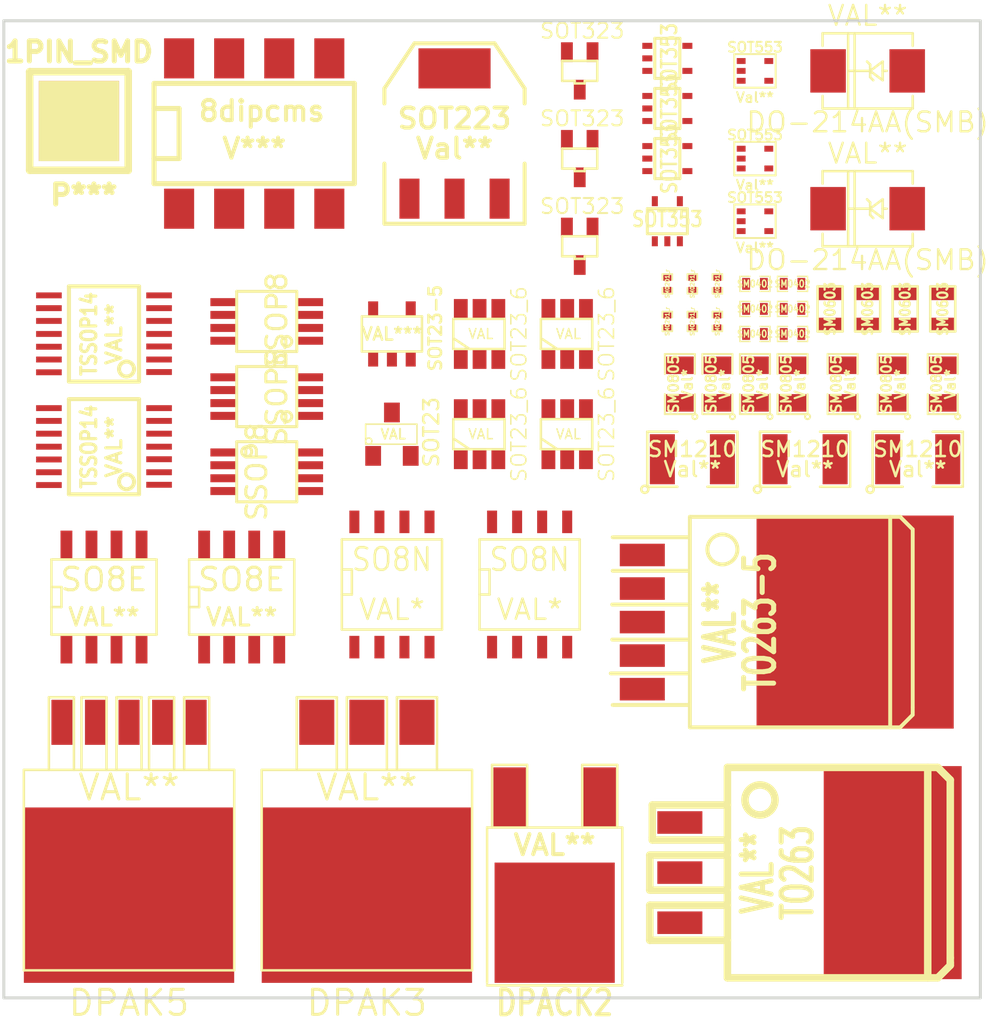
<source format=kicad_pcb>
(kicad_pcb (version 3) (host pcbnew "(2013-07-07 BZR 4022)-stable")

  (general
    (links 1)
    (no_connects 1)
    (area 155.123445 95.44685 207.983469 148.040312)
    (thickness 1.6)
    (drawings 4)
    (tracks 0)
    (zones 0)
    (modules 61)
    (nets 6)
  )

  (page A3)
  (layers
    (15 F.Cu signal)
    (0 B.Cu signal)
    (16 B.Adhes user)
    (17 F.Adhes user)
    (18 B.Paste user)
    (19 F.Paste user)
    (20 B.SilkS user)
    (21 F.SilkS user)
    (22 B.Mask user)
    (23 F.Mask user)
    (24 Dwgs.User user)
    (25 Cmts.User user)
    (26 Eco1.User user)
    (27 Eco2.User user)
    (28 Edge.Cuts user)
  )

  (setup
    (last_trace_width 0.254)
    (trace_clearance 0.254)
    (zone_clearance 0.508)
    (zone_45_only no)
    (trace_min 0.254)
    (segment_width 0.2)
    (edge_width 0.15)
    (via_size 0.889)
    (via_drill 0.635)
    (via_min_size 0.889)
    (via_min_drill 0.508)
    (uvia_size 0.508)
    (uvia_drill 0.127)
    (uvias_allowed no)
    (uvia_min_size 0.508)
    (uvia_min_drill 0.127)
    (pcb_text_width 0.3)
    (pcb_text_size 1 1)
    (mod_edge_width 0.15)
    (mod_text_size 1 1)
    (mod_text_width 0.15)
    (pad_size 1 1)
    (pad_drill 0.6)
    (pad_to_mask_clearance 0)
    (aux_axis_origin 0 0)
    (visible_elements 7FFFFFFF)
    (pcbplotparams
      (layerselection 284196865)
      (usegerberextensions true)
      (excludeedgelayer true)
      (linewidth 0.150000)
      (plotframeref false)
      (viasonmask false)
      (mode 1)
      (useauxorigin false)
      (hpglpennumber 1)
      (hpglpenspeed 20)
      (hpglpendiameter 15)
      (hpglpenoverlay 2)
      (psnegative false)
      (psa4output false)
      (plotreference true)
      (plotvalue true)
      (plotothertext true)
      (plotinvisibletext false)
      (padsonsilk false)
      (subtractmaskfromsilk false)
      (outputformat 1)
      (mirror false)
      (drillshape 0)
      (scaleselection 1)
      (outputdirectory smd_gerbers/))
  )

  (net 0 "")
  (net 1 +3.3V)
  (net 2 N-000269)
  (net 3 N-000270)
  (net 4 N-000273)
  (net 5 N-000292)

  (net_class Default "This is the default net class."
    (clearance 0.254)
    (trace_width 0.254)
    (via_dia 0.889)
    (via_drill 0.635)
    (uvia_dia 0.508)
    (uvia_drill 0.127)
    (add_net "")
    (add_net +3.3V)
    (add_net N-000269)
    (add_net N-000270)
    (add_net N-000273)
    (add_net N-000292)
  )

  (module 1PIN_SMD (layer F.Cu) (tedit 4F3E5BF2) (tstamp 52F316A8)
    (at 160.02 101.6)
    (descr "module 1 pin (ou trou mecanique de percage)")
    (tags DEV)
    (path 1pin)
    (fp_text reference 1PIN_SMD (at 0 -3.50012) (layer F.SilkS)
      (effects (font (size 1.016 1.016) (thickness 0.254)))
    )
    (fp_text value P*** (at 0.24892 3.74904) (layer F.SilkS)
      (effects (font (size 1.016 1.016) (thickness 0.254)))
    )
    (fp_line (start -2.49936 -2.49936) (end 2.49936 -2.49936) (layer F.SilkS) (width 0.381))
    (fp_line (start 2.49936 -2.49936) (end 2.49936 2.49936) (layer F.SilkS) (width 0.381))
    (fp_line (start 2.49936 2.49936) (end -2.49936 2.49936) (layer F.SilkS) (width 0.381))
    (fp_line (start -2.49936 2.49936) (end -2.49936 -2.49936) (layer F.SilkS) (width 0.381))
    (pad 1 smd rect (at 0 0) (size 4.064 4.064)
      (layers F.Cu F.Paste F.SilkS F.Mask)
    )
  )

  (module 8DIPCMS (layer F.Cu) (tedit 4F6792BA) (tstamp 52F3402D)
    (at 168.91 102.235)
    (descr "8dip300 smd shape")
    (tags "smd cms 8dip")
    (attr smd)
    (fp_text reference 8dipcms (at 0.381 -1.143) (layer F.SilkS)
      (effects (font (size 1.016 1.016) (thickness 0.2032)))
    )
    (fp_text value V*** (at 0 0.762) (layer F.SilkS)
      (effects (font (size 1.016 1.016) (thickness 0.2032)))
    )
    (fp_line (start -5.08 -2.54) (end -5.08 2.54) (layer F.SilkS) (width 0.254))
    (fp_line (start -5.08 2.54) (end 5.08 2.54) (layer F.SilkS) (width 0.254))
    (fp_line (start 5.08 2.54) (end 5.08 -2.54) (layer F.SilkS) (width 0.254))
    (fp_line (start 5.08 -2.54) (end -5.08 -2.54) (layer F.SilkS) (width 0.254))
    (fp_line (start -5.08 -1.27) (end -3.81 -1.27) (layer F.SilkS) (width 0.254))
    (fp_line (start -3.81 -1.27) (end -3.81 1.27) (layer F.SilkS) (width 0.254))
    (fp_line (start -3.81 1.27) (end -5.08 1.27) (layer F.SilkS) (width 0.254))
    (pad 1 smd rect (at -3.81 3.81) (size 1.524 2.032)
      (layers F.Cu F.Paste F.Mask)
    )
    (pad 2 smd rect (at -1.27 3.81) (size 1.524 2.032)
      (layers F.Cu F.Paste F.Mask)
      (net 1 +3.3V)
    )
    (pad 3 smd rect (at 1.27 3.81) (size 1.524 2.032)
      (layers F.Cu F.Paste F.Mask)
      (net 2 N-000269)
    )
    (pad 4 smd rect (at 3.81 3.81) (size 1.524 2.032)
      (layers F.Cu F.Paste F.Mask)
    )
    (pad 5 smd rect (at 3.81 -3.81) (size 1.524 2.032)
      (layers F.Cu F.Paste F.Mask)
      (net 4 N-000273)
    )
    (pad 6 smd rect (at 1.27 -3.81) (size 1.524 2.032)
      (layers F.Cu F.Paste F.Mask)
      (net 5 N-000292)
    )
    (pad 7 smd rect (at -1.27 -3.81) (size 1.524 2.032)
      (layers F.Cu F.Paste F.Mask)
      (net 4 N-000273)
    )
    (pad 8 smd rect (at -3.81 -3.81) (size 1.524 2.032)
      (layers F.Cu F.Paste F.Mask)
      (net 3 N-000270)
    )
    (model smd/cms_so8.wrl
      (at (xyz 0 0 0))
      (scale (xyz 1 0.5 0.8))
      (rotate (xyz 0 0 0))
    )
  )

  (module "DO-214AA(SMB)" (layer F.Cu) (tedit 50924A37) (tstamp 52F36AC9)
    (at 200.025 99.06 180)
    (descr "DO-214AA (SMB)  PACKAGE.")
    (tags "DO-214AA SMB")
    (attr smd)
    (fp_text reference "DO-214AA(SMB)" (at 0 -2.60096 180) (layer F.SilkS)
      (effects (font (size 1.00076 1.00076) (thickness 0.11938)))
    )
    (fp_text value VAL** (at 0 2.79908 180) (layer F.SilkS)
      (effects (font (size 1.00076 1.00076) (thickness 0.11938)))
    )
    (fp_line (start -0.762 0) (end -0.9652 0) (layer F.SilkS) (width 0.127))
    (fp_line (start -2.286 -1.905) (end 2.286 -1.905) (layer F.SilkS) (width 0.127))
    (fp_line (start 2.286 -1.905) (end 2.286 -1.27) (layer F.SilkS) (width 0.127))
    (fp_line (start 0.6604 1.905) (end 0.6604 -1.905) (layer F.SilkS) (width 0.127))
    (fp_line (start 0.9906 1.905) (end 0.9906 -1.905) (layer F.SilkS) (width 0.127))
    (fp_line (start -2.286 1.27) (end -2.286 1.905) (layer F.SilkS) (width 0.127))
    (fp_line (start -2.286 1.905) (end 2.286 1.905) (layer F.SilkS) (width 0.127))
    (fp_line (start 2.286 1.905) (end 2.286 1.27) (layer F.SilkS) (width 0.127))
    (fp_line (start -2.286 -1.27) (end -2.286 -1.905) (layer F.SilkS) (width 0.127))
    (fp_line (start -0.127 0) (end -0.762 -0.47498) (layer F.SilkS) (width 0.127))
    (fp_line (start -0.762 -0.47498) (end -0.762 0) (layer F.SilkS) (width 0.127))
    (fp_line (start -0.762 0) (end -0.762 0.47498) (layer F.SilkS) (width 0.127))
    (fp_line (start -0.762 0.47498) (end -0.127 0) (layer F.SilkS) (width 0.127))
    (fp_line (start -0.127 0) (end -0.127 -0.3175) (layer F.SilkS) (width 0.127))
    (fp_line (start -0.127 -0.3175) (end -0.28448 -0.47498) (layer F.SilkS) (width 0.127))
    (fp_line (start -0.127 0) (end -0.127 0.3175) (layer F.SilkS) (width 0.127))
    (fp_line (start -0.127 0.3175) (end 0.03048 0.47498) (layer F.SilkS) (width 0.127))
    (fp_line (start -0.127 0) (end 0.98298 0) (layer F.SilkS) (width 0.127))
    (pad 1 smd rect (at -2.0066 0 180) (size 1.80086 2.19964)
      (layers F.Cu F.Paste F.Mask)
    )
    (pad 2 smd rect (at 2.0066 0 180) (size 1.80086 2.19964)
      (layers F.Cu F.Paste F.Mask)
    )
    (model smd/do214.wrl
      (at (xyz 0 0 0))
      (scale (xyz 1 1 1))
      (rotate (xyz 0 0 0))
    )
  )

  (module DPAK2 (layer F.Cu) (tedit 451BAACE) (tstamp 52F703C0)
    (at 184.15 135.89 180)
    (descr "MOS boitier DPACK G-D-S")
    (tags "CMD DPACK")
    (attr smd)
    (fp_text reference DPACK2 (at 0 -10.414 180) (layer F.SilkS)
      (effects (font (size 1.27 1.016) (thickness 0.2032)))
    )
    (fp_text value VAL** (at 0 -2.413 180) (layer F.SilkS)
      (effects (font (size 1.016 1.016) (thickness 0.2032)))
    )
    (fp_line (start 1.397 -1.524) (end 1.397 1.651) (layer F.SilkS) (width 0.127))
    (fp_line (start 1.397 1.651) (end 3.175 1.651) (layer F.SilkS) (width 0.127))
    (fp_line (start 3.175 1.651) (end 3.175 -1.524) (layer F.SilkS) (width 0.127))
    (fp_line (start -3.175 -1.524) (end -3.175 1.651) (layer F.SilkS) (width 0.127))
    (fp_line (start -3.175 1.651) (end -1.397 1.651) (layer F.SilkS) (width 0.127))
    (fp_line (start -1.397 1.651) (end -1.397 -1.524) (layer F.SilkS) (width 0.127))
    (fp_line (start 3.429 -7.62) (end 3.429 -1.524) (layer F.SilkS) (width 0.127))
    (fp_line (start 3.429 -1.524) (end -3.429 -1.524) (layer F.SilkS) (width 0.127))
    (fp_line (start -3.429 -1.524) (end -3.429 -9.398) (layer F.SilkS) (width 0.127))
    (fp_line (start -3.429 -9.525) (end 3.429 -9.525) (layer F.SilkS) (width 0.127))
    (fp_line (start 3.429 -9.398) (end 3.429 -7.62) (layer F.SilkS) (width 0.127))
    (pad 1 smd rect (at -2.286 0 180) (size 1.651 3.048)
      (layers F.Cu F.Paste F.Mask)
    )
    (pad 2 smd rect (at 0 -6.35 180) (size 6.096 6.096)
      (layers F.Cu F.Paste F.Mask)
    )
    (pad 3 smd rect (at 2.286 0 180) (size 1.651 3.048)
      (layers F.Cu F.Paste F.Mask)
    )
    (model smd/dpack_2.wrl
      (at (xyz 0 0 0))
      (scale (xyz 1 1 1))
      (rotate (xyz 0 0 0))
    )
  )

  (module DPAK5 (layer F.Cu) (tedit 428087B0) (tstamp 52F3BE95)
    (at 162.56 132.08 180)
    (tags "CMS DPACK")
    (fp_text reference DPAK5 (at 0 -14.224 180) (layer F.SilkS)
      (effects (font (size 1.27 1.27) (thickness 0.1524)))
    )
    (fp_text value VAL** (at 0 -3.302 180) (layer F.SilkS)
      (effects (font (size 1.27 1.27) (thickness 0.1524)))
    )
    (fp_line (start 2.794 -2.413) (end 2.794 1.27) (layer F.SilkS) (width 0.127))
    (fp_line (start 2.794 1.27) (end 4.064 1.27) (layer F.SilkS) (width 0.127))
    (fp_line (start 4.064 1.27) (end 4.064 -2.413) (layer F.SilkS) (width 0.127))
    (fp_line (start 1.143 -2.413) (end 1.143 1.27) (layer F.SilkS) (width 0.127))
    (fp_line (start 1.143 1.27) (end 2.413 1.27) (layer F.SilkS) (width 0.127))
    (fp_line (start 2.413 1.27) (end 2.413 -2.413) (layer F.SilkS) (width 0.127))
    (fp_line (start -0.635 -2.413) (end -0.635 1.27) (layer F.SilkS) (width 0.127))
    (fp_line (start -0.635 1.27) (end 0.635 1.27) (layer F.SilkS) (width 0.127))
    (fp_line (start 0.635 1.27) (end 0.635 -2.413) (layer F.SilkS) (width 0.127))
    (fp_line (start -2.286 -2.413) (end -2.286 1.27) (layer F.SilkS) (width 0.127))
    (fp_line (start -2.286 1.27) (end -1.143 1.27) (layer F.SilkS) (width 0.127))
    (fp_line (start -1.143 1.27) (end -1.016 1.27) (layer F.SilkS) (width 0.127))
    (fp_line (start -1.016 1.27) (end -1.016 -2.413) (layer F.SilkS) (width 0.127))
    (fp_line (start -4.064 -2.413) (end -4.064 1.27) (layer F.SilkS) (width 0.127))
    (fp_line (start -4.064 1.27) (end -2.794 1.27) (layer F.SilkS) (width 0.127))
    (fp_line (start -2.794 1.27) (end -2.794 -2.413) (layer F.SilkS) (width 0.127))
    (fp_line (start -5.334 -2.413) (end 5.334 -2.413) (layer F.SilkS) (width 0.127))
    (fp_line (start 5.334 -2.413) (end 5.334 -12.573) (layer F.SilkS) (width 0.127))
    (fp_line (start 5.334 -12.573) (end -5.334 -12.573) (layer F.SilkS) (width 0.127))
    (fp_line (start -5.334 -12.573) (end -5.334 -2.413) (layer F.SilkS) (width 0.127))
    (pad 1 smd rect (at -3.4036 0 180) (size 1.0668 2.286)
      (layers F.Cu F.Paste F.Mask)
    )
    (pad 3 smd rect (at 0 -8.763 180) (size 10.668 8.89)
      (layers F.Cu F.Paste F.Mask)
    )
    (pad 3 smd rect (at 0 0 180) (size 1.0668 2.286)
      (layers F.Cu F.Paste F.Mask)
    )
    (pad 2 smd rect (at -1.7018 0 180) (size 1.0668 2.286)
      (layers F.Cu F.Paste F.Mask)
    )
    (pad 4 smd rect (at 1.7018 0 180) (size 1.0668 2.286)
      (layers F.Cu F.Paste F.Mask)
    )
    (pad 5 smd rect (at 3.4036 0 180) (size 1.0668 2.286)
      (layers F.Cu F.Paste F.Mask)
    )
    (model smd/dpack_5.wrl
      (at (xyz 0 0 0))
      (scale (xyz 1 1 1))
      (rotate (xyz 0 0 0))
    )
  )

  (module DPAK3 (layer F.Cu) (tedit 42808881) (tstamp 52F3E848)
    (at 174.625 132.08 180)
    (tags "CMS DPACK")
    (fp_text reference DPAK3 (at 0 -14.224 180) (layer F.SilkS)
      (effects (font (size 1.27 1.27) (thickness 0.1524)))
    )
    (fp_text value VAL** (at 0 -3.302 180) (layer F.SilkS)
      (effects (font (size 1.27 1.27) (thickness 0.1524)))
    )
    (fp_line (start 1.524 -2.413) (end 1.524 1.27) (layer F.SilkS) (width 0.127))
    (fp_line (start 1.524 1.27) (end 3.556 1.27) (layer F.SilkS) (width 0.127))
    (fp_line (start 3.556 1.27) (end 3.556 -2.413) (layer F.SilkS) (width 0.127))
    (fp_line (start -1.016 -2.413) (end -1.016 1.27) (layer F.SilkS) (width 0.127))
    (fp_line (start -1.016 1.27) (end 1.016 1.27) (layer F.SilkS) (width 0.127))
    (fp_line (start 1.016 1.27) (end 1.016 -2.413) (layer F.SilkS) (width 0.127))
    (fp_line (start -3.556 -2.413) (end -3.556 1.27) (layer F.SilkS) (width 0.127))
    (fp_line (start -3.556 1.27) (end -1.524 1.27) (layer F.SilkS) (width 0.127))
    (fp_line (start -1.524 1.27) (end -1.524 -2.413) (layer F.SilkS) (width 0.127))
    (fp_line (start -5.334 -2.413) (end 5.334 -2.413) (layer F.SilkS) (width 0.127))
    (fp_line (start 5.334 -2.413) (end 5.334 -12.573) (layer F.SilkS) (width 0.127))
    (fp_line (start 5.334 -12.573) (end -5.334 -12.573) (layer F.SilkS) (width 0.127))
    (fp_line (start -5.334 -12.573) (end -5.334 -2.413) (layer F.SilkS) (width 0.127))
    (pad 2 smd rect (at 0 -8.763 180) (size 10.668 8.89)
      (layers F.Cu F.Paste F.Mask)
    )
    (pad 2 smd rect (at 0 0 180) (size 1.778 2.286)
      (layers F.Cu F.Paste F.Mask)
    )
    (pad 1 smd rect (at -2.54 0 180) (size 1.778 2.286)
      (layers F.Cu F.Paste F.Mask)
    )
    (pad 3 smd rect (at 2.54 0 180) (size 1.778 2.286)
      (layers F.Cu F.Paste F.Mask)
    )
    (model smd/dpack_3.wrl
      (at (xyz 0 0 0))
      (scale (xyz 1 1 1))
      (rotate (xyz 0 0 0))
    )
  )

  (module SM0201_r (layer F.Cu) (tedit 5141B606) (tstamp 52F43C66)
    (at 189.865 111.76 90)
    (attr smd)
    (fp_text reference SM0201_r (at 0 0 90) (layer F.SilkS)
      (effects (font (size 0.2 0.2) (thickness 0.05)))
    )
    (fp_text value Val** (at 0 0 90) (layer F.SilkS) hide
      (effects (font (size 0.2 0.2) (thickness 0.05)))
    )
    (fp_line (start 0.2 -0.25) (end 0.45 -0.25) (layer F.SilkS) (width 0.08))
    (fp_line (start 0.45 -0.25) (end 0.5 -0.25) (layer F.SilkS) (width 0.08))
    (fp_line (start 0.5 -0.25) (end 0.5 0.25) (layer F.SilkS) (width 0.08))
    (fp_line (start 0.5 0.25) (end 0.2 0.25) (layer F.SilkS) (width 0.08))
    (fp_line (start -0.2 -0.25) (end -0.5 -0.25) (layer F.SilkS) (width 0.08))
    (fp_line (start -0.5 -0.25) (end -0.5 0.25) (layer F.SilkS) (width 0.08))
    (fp_line (start -0.5 0.25) (end -0.2 0.25) (layer F.SilkS) (width 0.08))
    (pad 1 smd rect (at -0.3 0 90) (size 0.3 0.4)
      (layers F.Cu F.Paste F.Mask)
    )
    (pad 2 smd rect (at 0.3 0 90) (size 0.3 0.4)
      (layers F.Cu F.Paste F.Mask)
    )
    (model smd/resistors/R0201.wrl
      (at (xyz 0 0 0))
      (scale (xyz 0.18 0.18 0.18))
      (rotate (xyz 0 0 0))
    )
  )

  (module SM0402 (layer F.Cu) (tedit 50A4E0BA) (tstamp 52F46606)
    (at 196.215 112.395 180)
    (attr smd)
    (fp_text reference SM0402 (at 0 0 180) (layer F.SilkS)
      (effects (font (size 0.35052 0.3048) (thickness 0.07112)))
    )
    (fp_text value VAL** (at 0.09906 0 180) (layer F.SilkS) hide
      (effects (font (size 0.35052 0.3048) (thickness 0.07112)))
    )
    (fp_line (start -0.254 -0.381) (end -0.762 -0.381) (layer F.SilkS) (width 0.07112))
    (fp_line (start -0.762 -0.381) (end -0.762 0.381) (layer F.SilkS) (width 0.07112))
    (fp_line (start -0.762 0.381) (end -0.254 0.381) (layer F.SilkS) (width 0.07112))
    (fp_line (start 0.254 -0.381) (end 0.762 -0.381) (layer F.SilkS) (width 0.07112))
    (fp_line (start 0.762 -0.381) (end 0.762 0.381) (layer F.SilkS) (width 0.07112))
    (fp_line (start 0.762 0.381) (end 0.254 0.381) (layer F.SilkS) (width 0.07112))
    (pad 1 smd rect (at -0.44958 0 180) (size 0.39878 0.59944)
      (layers F.Cu F.Paste F.Mask)
    )
    (pad 2 smd rect (at 0.44958 0 180) (size 0.39878 0.59944)
      (layers F.Cu F.Paste F.Mask)
    )
    (model smd\chip_cms.wrl
      (at (xyz 0 0 0.002))
      (scale (xyz 0.05 0.05 0.05))
      (rotate (xyz 0 0 0))
    )
  )

  (module SM0603 (layer F.Cu) (tedit 4E43A3D1) (tstamp 52F48F7F)
    (at 203.835 111.125 90)
    (attr smd)
    (fp_text reference SM0603 (at 0 0 90) (layer F.SilkS)
      (effects (font (size 0.508 0.4572) (thickness 0.1143)))
    )
    (fp_text value Val** (at 0 0 90) (layer F.SilkS) hide
      (effects (font (size 0.508 0.4572) (thickness 0.1143)))
    )
    (fp_line (start -1.143 -0.635) (end 1.143 -0.635) (layer F.SilkS) (width 0.127))
    (fp_line (start 1.143 -0.635) (end 1.143 0.635) (layer F.SilkS) (width 0.127))
    (fp_line (start 1.143 0.635) (end -1.143 0.635) (layer F.SilkS) (width 0.127))
    (fp_line (start -1.143 0.635) (end -1.143 -0.635) (layer F.SilkS) (width 0.127))
    (pad 1 smd rect (at -0.762 0 90) (size 0.635 1.143)
      (layers F.Cu F.Paste F.Mask)
    )
    (pad 2 smd rect (at 0.762 0 90) (size 0.635 1.143)
      (layers F.Cu F.Paste F.Mask)
    )
    (model smd\resistors\R0603.wrl
      (at (xyz 0 0 0.001))
      (scale (xyz 0.5 0.5 0.5))
      (rotate (xyz 0 0 0))
    )
  )

  (module SM0805 (layer F.Cu) (tedit 5091495C) (tstamp 52F4B8FA)
    (at 203.835 114.935 90)
    (attr smd)
    (fp_text reference SM0805 (at 0 -0.3175 90) (layer F.SilkS)
      (effects (font (size 0.50038 0.50038) (thickness 0.10922)))
    )
    (fp_text value Val* (at 0 0.381 90) (layer F.SilkS)
      (effects (font (size 0.50038 0.50038) (thickness 0.10922)))
    )
    (fp_circle (center -1.651 0.762) (end -1.651 0.635) (layer F.SilkS) (width 0.09906))
    (fp_line (start -0.508 0.762) (end -1.524 0.762) (layer F.SilkS) (width 0.09906))
    (fp_line (start -1.524 0.762) (end -1.524 -0.762) (layer F.SilkS) (width 0.09906))
    (fp_line (start -1.524 -0.762) (end -0.508 -0.762) (layer F.SilkS) (width 0.09906))
    (fp_line (start 0.508 -0.762) (end 1.524 -0.762) (layer F.SilkS) (width 0.09906))
    (fp_line (start 1.524 -0.762) (end 1.524 0.762) (layer F.SilkS) (width 0.09906))
    (fp_line (start 1.524 0.762) (end 0.508 0.762) (layer F.SilkS) (width 0.09906))
    (pad 1 smd rect (at -0.9525 0 90) (size 0.889 1.397)
      (layers F.Cu F.Paste F.Mask)
    )
    (pad 2 smd rect (at 0.9525 0 90) (size 0.889 1.397)
      (layers F.Cu F.Paste F.Mask)
    )
    (model smd/chip_cms.wrl
      (at (xyz 0 0 0))
      (scale (xyz 0.1 0.1 0.1))
      (rotate (xyz 0 0 0))
    )
  )

  (module SM1210 (layer F.Cu) (tedit 42806E94) (tstamp 52F4E29F)
    (at 202.565 118.745)
    (tags "CMS SM")
    (attr smd)
    (fp_text reference SM1210 (at 0 -0.508) (layer F.SilkS)
      (effects (font (size 0.762 0.762) (thickness 0.127)))
    )
    (fp_text value Val** (at 0 0.508) (layer F.SilkS)
      (effects (font (size 0.762 0.762) (thickness 0.127)))
    )
    (fp_circle (center -2.413 1.524) (end -2.286 1.397) (layer F.SilkS) (width 0.127))
    (fp_line (start -0.762 -1.397) (end -2.286 -1.397) (layer F.SilkS) (width 0.127))
    (fp_line (start -2.286 -1.397) (end -2.286 1.397) (layer F.SilkS) (width 0.127))
    (fp_line (start -2.286 1.397) (end -0.762 1.397) (layer F.SilkS) (width 0.127))
    (fp_line (start 0.762 1.397) (end 2.286 1.397) (layer F.SilkS) (width 0.127))
    (fp_line (start 2.286 1.397) (end 2.286 -1.397) (layer F.SilkS) (width 0.127))
    (fp_line (start 2.286 -1.397) (end 0.762 -1.397) (layer F.SilkS) (width 0.127))
    (pad 1 smd rect (at -1.524 0) (size 1.27 2.54)
      (layers F.Cu F.Paste F.Mask)
    )
    (pad 2 smd rect (at 1.524 0) (size 1.27 2.54)
      (layers F.Cu F.Paste F.Mask)
    )
    (model smd/chip_cms.wrl
      (at (xyz 0 0 0))
      (scale (xyz 0.17 0.2 0.17))
      (rotate (xyz 0 0 0))
    )
  )

  (module SO8E (layer F.Cu) (tedit 4F33A5C7) (tstamp 52F50CBA)
    (at 161.29 125.73)
    (descr "module CMS SOJ 8 pins etroit")
    (tags "CMS SOJ")
    (attr smd)
    (fp_text reference SO8E (at 0 -0.889) (layer F.SilkS)
      (effects (font (size 1.143 1.143) (thickness 0.1524)))
    )
    (fp_text value VAL** (at 0 1.016) (layer F.SilkS)
      (effects (font (size 0.889 0.889) (thickness 0.1524)))
    )
    (fp_line (start -2.667 1.778) (end -2.667 1.905) (layer F.SilkS) (width 0.127))
    (fp_line (start -2.667 1.905) (end 2.667 1.905) (layer F.SilkS) (width 0.127))
    (fp_line (start 2.667 -1.905) (end -2.667 -1.905) (layer F.SilkS) (width 0.127))
    (fp_line (start -2.667 -1.905) (end -2.667 1.778) (layer F.SilkS) (width 0.127))
    (fp_line (start -2.667 -0.508) (end -2.159 -0.508) (layer F.SilkS) (width 0.127))
    (fp_line (start -2.159 -0.508) (end -2.159 0.508) (layer F.SilkS) (width 0.127))
    (fp_line (start -2.159 0.508) (end -2.667 0.508) (layer F.SilkS) (width 0.127))
    (fp_line (start 2.667 -1.905) (end 2.667 1.905) (layer F.SilkS) (width 0.127))
    (pad 8 smd rect (at -1.905 -2.667) (size 0.59944 1.39954)
      (layers F.Cu F.Paste F.Mask)
    )
    (pad 1 smd rect (at -1.905 2.667) (size 0.59944 1.39954)
      (layers F.Cu F.Paste F.Mask)
    )
    (pad 7 smd rect (at -0.635 -2.667) (size 0.59944 1.39954)
      (layers F.Cu F.Paste F.Mask)
    )
    (pad 6 smd rect (at 0.635 -2.667) (size 0.59944 1.39954)
      (layers F.Cu F.Paste F.Mask)
    )
    (pad 5 smd rect (at 1.905 -2.667) (size 0.59944 1.39954)
      (layers F.Cu F.Paste F.Mask)
    )
    (pad 2 smd rect (at -0.635 2.667) (size 0.59944 1.39954)
      (layers F.Cu F.Paste F.Mask)
    )
    (pad 3 smd rect (at 0.635 2.667) (size 0.59944 1.39954)
      (layers F.Cu F.Paste F.Mask)
    )
    (pad 4 smd rect (at 1.905 2.667) (size 0.59944 1.39954)
      (layers F.Cu F.Paste F.Mask)
    )
    (model smd/cms_so8.wrl
      (at (xyz 0 0 0))
      (scale (xyz 0.5 0.32 0.5))
      (rotate (xyz 0 0 0))
    )
  )

  (module SO8N (layer F.Cu) (tedit 45127296) (tstamp 52F5367A)
    (at 175.895 125.095)
    (descr "Module CMS SOJ 8 pins large")
    (tags "CMS SOJ")
    (attr smd)
    (fp_text reference SO8N (at 0 -1.27) (layer F.SilkS)
      (effects (font (size 1.143 1.016) (thickness 0.127)))
    )
    (fp_text value VAL* (at 0 1.27) (layer F.SilkS)
      (effects (font (size 1.016 1.016) (thickness 0.127)))
    )
    (fp_line (start -2.54 -2.286) (end 2.54 -2.286) (layer F.SilkS) (width 0.127))
    (fp_line (start 2.54 -2.286) (end 2.54 2.286) (layer F.SilkS) (width 0.127))
    (fp_line (start 2.54 2.286) (end -2.54 2.286) (layer F.SilkS) (width 0.127))
    (fp_line (start -2.54 2.286) (end -2.54 -2.286) (layer F.SilkS) (width 0.127))
    (fp_line (start -2.54 -0.762) (end -2.032 -0.762) (layer F.SilkS) (width 0.127))
    (fp_line (start -2.032 -0.762) (end -2.032 0.508) (layer F.SilkS) (width 0.127))
    (fp_line (start -2.032 0.508) (end -2.54 0.508) (layer F.SilkS) (width 0.127))
    (pad 8 smd rect (at -1.905 -3.175) (size 0.508 1.143)
      (layers F.Cu F.Paste F.Mask)
    )
    (pad 7 smd rect (at -0.635 -3.175) (size 0.508 1.143)
      (layers F.Cu F.Paste F.Mask)
    )
    (pad 6 smd rect (at 0.635 -3.175) (size 0.508 1.143)
      (layers F.Cu F.Paste F.Mask)
    )
    (pad 5 smd rect (at 1.905 -3.175) (size 0.508 1.143)
      (layers F.Cu F.Paste F.Mask)
    )
    (pad 4 smd rect (at 1.905 3.175) (size 0.508 1.143)
      (layers F.Cu F.Paste F.Mask)
    )
    (pad 3 smd rect (at 0.635 3.175) (size 0.508 1.143)
      (layers F.Cu F.Paste F.Mask)
    )
    (pad 2 smd rect (at -0.635 3.175) (size 0.508 1.143)
      (layers F.Cu F.Paste F.Mask)
    )
    (pad 1 smd rect (at -1.905 3.175) (size 0.508 1.143)
      (layers F.Cu F.Paste F.Mask)
    )
    (model smd/cms_so8.wrl
      (at (xyz 0 0 0))
      (scale (xyz 0.5 0.38 0.5))
      (rotate (xyz 0 0 0))
    )
  )

  (module SOT23 (layer F.Cu) (tedit 5051A6D7) (tstamp 52F5605E)
    (at 175.895 117.475)
    (tags SOT23)
    (fp_text reference SOT23 (at 1.99898 -0.09906 90) (layer F.SilkS)
      (effects (font (size 0.762 0.762) (thickness 0.11938)))
    )
    (fp_text value VAL (at 0.0635 0) (layer F.SilkS)
      (effects (font (size 0.50038 0.50038) (thickness 0.09906)))
    )
    (fp_circle (center -1.17602 0.35052) (end -1.30048 0.44958) (layer F.SilkS) (width 0.07874))
    (fp_line (start 1.27 -0.508) (end 1.27 0.508) (layer F.SilkS) (width 0.07874))
    (fp_line (start -1.3335 -0.508) (end -1.3335 0.508) (layer F.SilkS) (width 0.07874))
    (fp_line (start 1.27 0.508) (end -1.3335 0.508) (layer F.SilkS) (width 0.07874))
    (fp_line (start -1.3335 -0.508) (end 1.27 -0.508) (layer F.SilkS) (width 0.07874))
    (pad 3 smd rect (at 0 -1.09982) (size 0.8001 1.00076)
      (layers F.Cu F.Paste F.Mask)
    )
    (pad 2 smd rect (at 0.9525 1.09982) (size 0.8001 1.00076)
      (layers F.Cu F.Paste F.Mask)
    )
    (pad 1 smd rect (at -0.9525 1.09982) (size 0.8001 1.00076)
      (layers F.Cu F.Paste F.Mask)
    )
    (model smd\SOT23_3.wrl
      (at (xyz 0 0 0))
      (scale (xyz 0.4 0.4 0.4))
      (rotate (xyz 0 0 180))
    )
  )

  (module SOT23-5 (layer F.Cu) (tedit 4ECF78EF) (tstamp 52F589DD)
    (at 175.895 112.395)
    (attr smd)
    (fp_text reference SOT23-5 (at 2.19964 -0.29972 90) (layer F.SilkS)
      (effects (font (size 0.635 0.635) (thickness 0.127)))
    )
    (fp_text value VAL*** (at 0 0) (layer F.SilkS)
      (effects (font (size 0.635 0.635) (thickness 0.127)))
    )
    (fp_line (start 1.524 -0.889) (end 1.524 0.889) (layer F.SilkS) (width 0.127))
    (fp_line (start 1.524 0.889) (end -1.524 0.889) (layer F.SilkS) (width 0.127))
    (fp_line (start -1.524 0.889) (end -1.524 -0.889) (layer F.SilkS) (width 0.127))
    (fp_line (start -1.524 -0.889) (end 1.524 -0.889) (layer F.SilkS) (width 0.127))
    (pad 1 smd rect (at -0.9525 1.27) (size 0.508 0.762)
      (layers F.Cu F.Paste F.Mask)
    )
    (pad 3 smd rect (at 0.9525 1.27) (size 0.508 0.762)
      (layers F.Cu F.Paste F.Mask)
    )
    (pad 5 smd rect (at -0.9525 -1.27) (size 0.508 0.762)
      (layers F.Cu F.Paste F.Mask)
    )
    (pad 2 smd rect (at 0 1.27) (size 0.508 0.762)
      (layers F.Cu F.Paste F.Mask)
    )
    (pad 4 smd rect (at 0.9525 -1.27) (size 0.508 0.762)
      (layers F.Cu F.Paste F.Mask)
    )
    (model smd/SOT23_5.wrl
      (at (xyz 0 0 0))
      (scale (xyz 0.1 0.1 0.1))
      (rotate (xyz 0 0 0))
    )
  )

  (module SOT23_6 (layer F.Cu) (tedit 4ECF791C) (tstamp 52F5B381)
    (at 180.34 112.395)
    (fp_text reference SOT23_6 (at 1.99898 0 90) (layer F.SilkS)
      (effects (font (size 0.762 0.762) (thickness 0.0762)))
    )
    (fp_text value VAL (at 0.0635 0) (layer F.SilkS)
      (effects (font (size 0.50038 0.50038) (thickness 0.0762)))
    )
    (fp_line (start -0.508 0.762) (end -1.27 0.254) (layer F.SilkS) (width 0.127))
    (fp_line (start 1.27 0.762) (end -1.3335 0.762) (layer F.SilkS) (width 0.127))
    (fp_line (start -1.3335 0.762) (end -1.3335 -0.762) (layer F.SilkS) (width 0.127))
    (fp_line (start -1.3335 -0.762) (end 1.27 -0.762) (layer F.SilkS) (width 0.127))
    (fp_line (start 1.27 -0.762) (end 1.27 0.762) (layer F.SilkS) (width 0.127))
    (pad 6 smd rect (at -0.9525 -1.27) (size 0.70104 1.00076)
      (layers F.Cu F.Paste F.Mask)
    )
    (pad 5 smd rect (at 0 -1.27) (size 0.70104 1.00076)
      (layers F.Cu F.Paste F.Mask)
    )
    (pad 4 smd rect (at 0.9525 -1.27) (size 0.70104 1.00076)
      (layers F.Cu F.Paste F.Mask)
    )
    (pad 3 smd rect (at 0.9525 1.27) (size 0.70104 1.00076)
      (layers F.Cu F.Paste F.Mask)
    )
    (pad 2 smd rect (at 0 1.27) (size 0.70104 1.00076)
      (layers F.Cu F.Paste F.Mask)
    )
    (pad 1 smd rect (at -0.9525 1.27) (size 0.70104 1.00076)
      (layers F.Cu F.Paste F.Mask)
    )
    (model smd/SOT23_6.wrl
      (at (xyz 0 0 0))
      (scale (xyz 0.11 0.11 0.11))
      (rotate (xyz 0 0 0))
    )
  )

  (module SOT223 (layer F.Cu) (tedit 200000) (tstamp 52F5DD5E)
    (at 179.07 102.235)
    (descr "module CMS SOT223 4 pins")
    (tags "CMS SOT")
    (attr smd)
    (fp_text reference SOT223 (at 0 -0.762) (layer F.SilkS)
      (effects (font (size 1.016 1.016) (thickness 0.2032)))
    )
    (fp_text value Val** (at 0 0.762) (layer F.SilkS)
      (effects (font (size 1.016 1.016) (thickness 0.2032)))
    )
    (fp_line (start -3.556 1.524) (end -3.556 4.572) (layer F.SilkS) (width 0.2032))
    (fp_line (start -3.556 4.572) (end 3.556 4.572) (layer F.SilkS) (width 0.2032))
    (fp_line (start 3.556 4.572) (end 3.556 1.524) (layer F.SilkS) (width 0.2032))
    (fp_line (start -3.556 -1.524) (end -3.556 -2.286) (layer F.SilkS) (width 0.2032))
    (fp_line (start -3.556 -2.286) (end -2.032 -4.572) (layer F.SilkS) (width 0.2032))
    (fp_line (start -2.032 -4.572) (end 2.032 -4.572) (layer F.SilkS) (width 0.2032))
    (fp_line (start 2.032 -4.572) (end 3.556 -2.286) (layer F.SilkS) (width 0.2032))
    (fp_line (start 3.556 -2.286) (end 3.556 -1.524) (layer F.SilkS) (width 0.2032))
    (pad 4 smd rect (at 0 -3.302) (size 3.6576 2.032)
      (layers F.Cu F.Paste F.Mask)
    )
    (pad 2 smd rect (at 0 3.302) (size 1.016 2.032)
      (layers F.Cu F.Paste F.Mask)
    )
    (pad 3 smd rect (at 2.286 3.302) (size 1.016 2.032)
      (layers F.Cu F.Paste F.Mask)
    )
    (pad 1 smd rect (at -2.286 3.302) (size 1.016 2.032)
      (layers F.Cu F.Paste F.Mask)
    )
    (model smd/SOT223.wrl
      (at (xyz 0 0 0))
      (scale (xyz 0.4 0.4 0.4))
      (rotate (xyz 0 0 0))
    )
  )

  (module SOT323 (layer F.Cu) (tedit 450AC34A) (tstamp 52F606E9)
    (at 185.42 99.06)
    (tags "SMD SOT")
    (attr smd)
    (fp_text reference SOT323 (at 0.127 -2.032) (layer F.SilkS)
      (effects (font (size 0.762 0.762) (thickness 0.09906)))
    )
    (fp_text value VAL (at 0 0) (layer F.SilkS) hide
      (effects (font (size 0.70104 0.70104) (thickness 0.09906)))
    )
    (fp_line (start 0.254 0.508) (end 0.889 0.508) (layer F.SilkS) (width 0.127))
    (fp_line (start 0.889 0.508) (end 0.889 -0.508) (layer F.SilkS) (width 0.127))
    (fp_line (start -0.889 -0.508) (end -0.889 0.508) (layer F.SilkS) (width 0.127))
    (fp_line (start -0.889 0.508) (end -0.254 0.508) (layer F.SilkS) (width 0.127))
    (fp_line (start 0.254 0.635) (end 0.254 0.508) (layer F.SilkS) (width 0.127))
    (fp_line (start -0.254 0.508) (end -0.254 0.635) (layer F.SilkS) (width 0.127))
    (fp_line (start 0.889 -0.508) (end -0.889 -0.508) (layer F.SilkS) (width 0.127))
    (fp_line (start -0.254 0.635) (end 0.254 0.635) (layer F.SilkS) (width 0.127))
    (pad 2 smd rect (at -0.65024 -0.94996) (size 0.59944 1.00076)
      (layers F.Cu F.Paste F.Mask)
    )
    (pad 1 smd rect (at 0.65024 -0.94996) (size 0.59944 1.00076)
      (layers F.Cu F.Paste F.Mask)
    )
    (pad 3 smd rect (at 0 0.94996) (size 0.59944 1.00076)
      (layers F.Cu F.Paste F.Mask)
    )
    (model smd/SOT323.wrl
      (at (xyz 0 0 0.001))
      (scale (xyz 0.3937 0.3937 0.3937))
      (rotate (xyz 0 0 0))
    )
  )

  (module SOT353 (layer F.Cu) (tedit 503FB44B) (tstamp 52F6306E)
    (at 189.865 98.425)
    (descr SOT353)
    (attr smd)
    (fp_text reference SOT353 (at 0.09906 0 90) (layer F.SilkS)
      (effects (font (size 0.762 0.635) (thickness 0.127)))
    )
    (fp_text value Val** (at 0.09906 0 90) (layer F.SilkS) hide
      (effects (font (size 0.762 0.635) (thickness 0.127)))
    )
    (fp_line (start 0.635 1.016) (end 0.635 -1.016) (layer F.SilkS) (width 0.1524))
    (fp_line (start 0.635 -1.016) (end -0.635 -1.016) (layer F.SilkS) (width 0.1524))
    (fp_line (start -0.635 -1.016) (end -0.635 1.016) (layer F.SilkS) (width 0.1524))
    (fp_line (start -0.635 1.016) (end 0.635 1.016) (layer F.SilkS) (width 0.1524))
    (pad 1 smd rect (at -1.016 -0.635) (size 0.508 0.3048)
      (layers F.Cu F.Paste F.Mask)
    )
    (pad 3 smd rect (at -1.016 0.635) (size 0.508 0.3048)
      (layers F.Cu F.Paste F.Mask)
    )
    (pad 5 smd rect (at 1.016 -0.635) (size 0.508 0.3048)
      (layers F.Cu F.Paste F.Mask)
    )
    (pad 2 smd rect (at -1.016 0) (size 0.508 0.3048)
      (layers F.Cu F.Paste F.Mask)
    )
    (pad 4 smd rect (at 1.016 0.635) (size 0.508 0.3048)
      (layers F.Cu F.Paste F.Mask)
    )
    (model smd/SOT23_5.wrl
      (at (xyz 0 0 0))
      (scale (xyz 0.07000000000000001 0.09 0.08))
      (rotate (xyz 0 0 90))
    )
  )

  (module SOT553 (layer F.Cu) (tedit 4F103832) (tstamp 52F659EF)
    (at 194.31 99.06)
    (descr SOT553)
    (attr smd)
    (fp_text reference SOT553 (at 0 -1.19888) (layer F.SilkS)
      (effects (font (size 0.50038 0.50038) (thickness 0.09906)))
    )
    (fp_text value Val** (at 0 1.34874) (layer F.SilkS)
      (effects (font (size 0.50038 0.50038) (thickness 0.09906)))
    )
    (fp_line (start -1.04902 -0.8509) (end 1.04902 -0.8509) (layer F.SilkS) (width 0.09906))
    (fp_line (start 1.04902 -0.8509) (end 1.04902 0.8509) (layer F.SilkS) (width 0.09906))
    (fp_line (start 1.04902 0.8509) (end -1.04902 0.8509) (layer F.SilkS) (width 0.09906))
    (fp_line (start -1.04902 0.8509) (end -1.04902 -0.8509) (layer F.SilkS) (width 0.09906))
    (pad 1 smd rect (at -0.70104 -0.50038) (size 0.44958 0.29972)
      (layers F.Cu F.Paste F.Mask)
    )
    (pad 3 smd rect (at -0.70104 0.50038) (size 0.44958 0.29972)
      (layers F.Cu F.Paste F.Mask)
    )
    (pad 5 smd rect (at 0.70104 -0.50038) (size 0.44958 0.29972)
      (layers F.Cu F.Paste F.Mask)
    )
    (pad 2 smd rect (at -0.70104 0) (size 0.44958 0.29972)
      (layers F.Cu F.Paste F.Mask)
    )
    (pad 4 smd rect (at 0.70104 0.50038) (size 0.44958 0.29972)
      (layers F.Cu F.Paste F.Mask)
    )
    (model smd\smd_transistors\sc70-5.wrl
      (at (xyz 0 0 0))
      (scale (xyz 0.77 0.65 0.7))
      (rotate (xyz 0 0 90))
    )
  )

  (module SSOP8 (layer F.Cu) (tedit 46ADEAE0) (tstamp 52F68378)
    (at 169.545 119.38 270)
    (attr smd)
    (fp_text reference SSOP8 (at 0 0.508 270) (layer F.SilkS)
      (effects (font (size 1.016 1.016) (thickness 0.1524)))
    )
    (fp_text value Val** (at 0 -0.762 270) (layer F.SilkS) hide
      (effects (font (size 0.762 0.508) (thickness 0.1524)))
    )
    (fp_circle (center -1.016 1.016) (end -1.016 0.762) (layer F.SilkS) (width 0.1524))
    (fp_line (start 1.524 1.524) (end -1.524 1.524) (layer F.SilkS) (width 0.1524))
    (fp_line (start -1.524 1.524) (end -1.524 -1.524) (layer F.SilkS) (width 0.1524))
    (fp_line (start -1.524 -1.524) (end 1.524 -1.524) (layer F.SilkS) (width 0.1524))
    (fp_line (start 1.524 -1.524) (end 1.524 1.524) (layer F.SilkS) (width 0.1524))
    (pad 1 smd rect (at -0.9779 2.2225 270) (size 0.4064 1.27)
      (layers F.Cu F.Paste F.Mask)
    )
    (pad 2 smd rect (at -0.3302 2.2225 270) (size 0.4064 1.27)
      (layers F.Cu F.Paste F.Mask)
    )
    (pad 3 smd rect (at 0.3302 2.2225 270) (size 0.4064 1.27)
      (layers F.Cu F.Paste F.Mask)
    )
    (pad 4 smd rect (at 0.9779 2.2225 270) (size 0.4064 1.27)
      (layers F.Cu F.Paste F.Mask)
    )
    (pad 5 smd rect (at 0.9779 -2.2225 270) (size 0.4064 1.27)
      (layers F.Cu F.Paste F.Mask)
    )
    (pad 6 smd rect (at 0.3302 -2.2225 270) (size 0.4064 1.27)
      (layers F.Cu F.Paste F.Mask)
    )
    (pad 7 smd rect (at -0.3302 -2.2225 270) (size 0.4064 1.27)
      (layers F.Cu F.Paste F.Mask)
    )
    (pad 8 smd rect (at -0.9779 -2.2225 270) (size 0.4064 1.27)
      (layers F.Cu F.Paste F.Mask)
    )
    (model smd/cms_so8.wrl
      (at (xyz 0 0 0))
      (scale (xyz 0.25 0.25 0.25))
      (rotate (xyz 0 0 0))
    )
  )

  (module TSSOP14 (layer F.Cu) (tedit 4E43F187) (tstamp 52F6AD39)
    (at 161.29 118.11 90)
    (attr smd)
    (fp_text reference TSSOP14 (at 0 -0.762 90) (layer F.SilkS)
      (effects (font (size 0.762 0.635) (thickness 0.16002)))
    )
    (fp_text value VAL** (at 0 0.508 90) (layer F.SilkS)
      (effects (font (size 0.762 0.762) (thickness 0.16002)))
    )
    (fp_line (start -2.413 -1.778) (end 2.413 -1.778) (layer F.SilkS) (width 0.2032))
    (fp_line (start 2.413 -1.778) (end 2.413 1.778) (layer F.SilkS) (width 0.2032))
    (fp_line (start 2.413 1.778) (end -2.413 1.778) (layer F.SilkS) (width 0.2032))
    (fp_line (start -2.413 1.778) (end -2.413 -1.778) (layer F.SilkS) (width 0.2032))
    (fp_circle (center -1.778 1.143) (end -2.159 1.143) (layer F.SilkS) (width 0.2032))
    (pad 1 smd rect (at -1.9304 2.794 90) (size 0.29972 1.30048)
      (layers F.Cu F.Paste F.Mask)
    )
    (pad 2 smd rect (at -1.2954 2.794 90) (size 0.29972 1.30048)
      (layers F.Cu F.Paste F.Mask)
    )
    (pad 3 smd rect (at -0.635 2.794 90) (size 0.29972 1.30048)
      (layers F.Cu F.Paste F.Mask)
    )
    (pad 4 smd rect (at 0 2.794 90) (size 0.29972 1.30048)
      (layers F.Cu F.Paste F.Mask)
    )
    (pad 5 smd rect (at 0.6604 2.794 90) (size 0.29972 1.30048)
      (layers F.Cu F.Paste F.Mask)
    )
    (pad 6 smd rect (at 1.3081 2.794 90) (size 0.29972 1.30048)
      (layers F.Cu F.Paste F.Mask)
    )
    (pad 7 smd rect (at 1.9558 2.794 90) (size 0.29972 1.30048)
      (layers F.Cu F.Paste F.Mask)
    )
    (pad 8 smd rect (at 1.9558 -2.794 90) (size 0.29972 1.30048)
      (layers F.Cu F.Paste F.Mask)
    )
    (pad 9 smd rect (at 1.3081 -2.794 90) (size 0.29972 1.30048)
      (layers F.Cu F.Paste F.Mask)
    )
    (pad 10 smd rect (at 0.6604 -2.794 90) (size 0.29972 1.30048)
      (layers F.Cu F.Paste F.Mask)
    )
    (pad 11 smd rect (at 0 -2.794 90) (size 0.29972 1.30048)
      (layers F.Cu F.Paste F.Mask)
    )
    (pad 12 smd rect (at -0.6477 -2.794 90) (size 0.29972 1.30048)
      (layers F.Cu F.Paste F.Mask)
    )
    (pad 13 smd rect (at -1.2954 -2.794 90) (size 0.29972 1.30048)
      (layers F.Cu F.Paste F.Mask)
    )
    (pad 14 smd rect (at -1.9431 -2.794 90) (size 0.29972 1.30048)
      (layers F.Cu F.Paste F.Mask)
    )
    (model smd\smd_dil\tssop-14.wrl
      (at (xyz 0 0 0))
      (scale (xyz 1 1 1))
      (rotate (xyz 0 0 0))
    )
  )

  (module TO263 (layer F.Cu) (tedit 4FBE28C7) (tstamp 52F6D94B)
    (at 190.5 139.7 270)
    (attr smd)
    (fp_text reference TO263 (at 0 -5.969 270) (layer F.SilkS)
      (effects (font (size 1.524 1.016) (thickness 0.254)))
    )
    (fp_text value VAL** (at 0 -3.937 270) (layer F.SilkS)
      (effects (font (size 1.524 1.016) (thickness 0.254)))
    )
    (fp_line (start 1.651 -2.413) (end 1.651 1.524) (layer F.SilkS) (width 0.381))
    (fp_line (start 1.651 1.524) (end 3.429 1.524) (layer F.SilkS) (width 0.381))
    (fp_line (start 3.429 1.524) (end 3.429 -2.413) (layer F.SilkS) (width 0.381))
    (fp_line (start -0.889 -2.413) (end -0.889 1.524) (layer F.SilkS) (width 0.381))
    (fp_line (start -0.889 1.524) (end 0.889 1.524) (layer F.SilkS) (width 0.381))
    (fp_line (start 0.889 1.524) (end 0.889 -2.413) (layer F.SilkS) (width 0.381))
    (fp_line (start -3.429 -2.413) (end -3.429 1.397) (layer F.SilkS) (width 0.381))
    (fp_line (start -3.429 1.397) (end -1.778 1.397) (layer F.SilkS) (width 0.381))
    (fp_line (start -1.778 1.397) (end -1.651 1.397) (layer F.SilkS) (width 0.381))
    (fp_line (start -1.651 1.397) (end -1.651 -2.413) (layer F.SilkS) (width 0.381))
    (fp_circle (center -3.683 -4.064) (end -3.683 -3.302) (layer F.SilkS) (width 0.381))
    (fp_line (start -5.334 -2.413) (end -5.334 -13.081) (layer F.SilkS) (width 0.381))
    (fp_line (start -5.334 -13.081) (end -4.699 -13.716) (layer F.SilkS) (width 0.381))
    (fp_line (start -4.699 -13.716) (end 4.318 -13.716) (layer F.SilkS) (width 0.381))
    (fp_line (start 4.318 -13.716) (end 4.572 -13.716) (layer F.SilkS) (width 0.381))
    (fp_line (start 4.572 -13.716) (end 4.699 -13.716) (layer F.SilkS) (width 0.381))
    (fp_line (start 4.699 -13.716) (end 5.334 -13.081) (layer F.SilkS) (width 0.381))
    (fp_line (start 5.334 -13.081) (end 5.334 -2.413) (layer F.SilkS) (width 0.381))
    (fp_line (start -5.334 -2.413) (end 5.334 -2.413) (layer F.SilkS) (width 0.381))
    (fp_line (start 5.334 -12.573) (end -5.334 -12.573) (layer F.SilkS) (width 0.381))
    (pad 1 smd rect (at -2.54 0 270) (size 1.143 2.286)
      (layers F.Cu F.Paste F.Mask)
    )
    (pad 2 smd rect (at 0 -10.795 270) (size 10.80008 6.9977)
      (layers F.Cu F.Paste F.Mask)
    )
    (pad 3 smd rect (at 2.54 0 270) (size 1.143 2.286)
      (layers F.Cu F.Paste F.Mask)
    )
    (pad 2 smd rect (at 0 0 270) (size 1.143 2.286)
      (layers F.Cu F.Paste F.Mask)
    )
  )

  (module TO263-5 (layer F.Cu) (tedit 4FBE28E0) (tstamp 52F70304)
    (at 188.595 127 270)
    (attr smd)
    (fp_text reference TO263-5 (at 0 -5.969 270) (layer F.SilkS)
      (effects (font (size 1.524 1.016) (thickness 0.254)))
    )
    (fp_text value VAL** (at 0 -3.937 270) (layer F.SilkS)
      (effects (font (size 1.524 1.016) (thickness 0.254)))
    )
    (fp_line (start 4.20116 -2.4003) (end 4.20116 1.50114) (layer F.SilkS) (width 0.19812))
    (fp_line (start 2.60096 -2.4003) (end 2.60096 1.6002) (layer F.SilkS) (width 0.19812))
    (fp_line (start -4.30022 -2.4003) (end -4.30022 1.50114) (layer F.SilkS) (width 0.19812))
    (fp_line (start -2.60096 -2.4003) (end -2.60096 1.50114) (layer F.SilkS) (width 0.19812))
    (fp_line (start -0.889 -2.413) (end -0.889 1.524) (layer F.SilkS) (width 0.19812))
    (fp_line (start 0.889 1.524) (end 0.889 -2.413) (layer F.SilkS) (width 0.19812))
    (fp_circle (center -3.683 -4.064) (end -3.683 -3.302) (layer F.SilkS) (width 0.19812))
    (fp_line (start -5.334 -2.413) (end -5.334 -13.081) (layer F.SilkS) (width 0.19812))
    (fp_line (start -5.334 -13.081) (end -4.699 -13.716) (layer F.SilkS) (width 0.19812))
    (fp_line (start -4.699 -13.716) (end 4.318 -13.716) (layer F.SilkS) (width 0.19812))
    (fp_line (start 4.318 -13.716) (end 4.572 -13.716) (layer F.SilkS) (width 0.19812))
    (fp_line (start 4.572 -13.716) (end 4.699 -13.716) (layer F.SilkS) (width 0.19812))
    (fp_line (start 4.699 -13.716) (end 5.334 -13.081) (layer F.SilkS) (width 0.19812))
    (fp_line (start 5.334 -13.081) (end 5.334 -2.413) (layer F.SilkS) (width 0.19812))
    (fp_line (start -5.334 -2.413) (end 5.334 -2.413) (layer F.SilkS) (width 0.19812))
    (fp_line (start 5.334 -12.573) (end -5.334 -12.573) (layer F.SilkS) (width 0.19812))
    (pad 2 smd rect (at -1.69926 0 270) (size 1.143 2.286)
      (layers F.Cu F.Paste F.Mask)
    )
    (pad 3 smd rect (at 0 -10.795 270) (size 10.80008 9.99998)
      (layers F.Cu F.Paste F.Mask)
    )
    (pad 4 smd rect (at 1.69926 0 270) (size 1.143 2.286)
      (layers F.Cu F.Paste F.Mask)
    )
    (pad 3 smd rect (at 0 0 270) (size 1.143 2.286)
      (layers F.Cu F.Paste F.Mask)
    )
    (pad 1 smd rect (at -3.40106 0 270) (size 1.143 2.286)
      (layers F.Cu F.Paste F.Mask)
    )
    (pad 5 smd rect (at 3.40106 0 270) (size 1.143 2.286)
      (layers F.Cu F.Paste F.Mask)
    )
  )

  (module SM1210 (layer F.Cu) (tedit 42806E94) (tstamp 52F75D97)
    (at 196.85 118.745)
    (tags "CMS SM")
    (attr smd)
    (fp_text reference SM1210 (at 0 -0.508) (layer F.SilkS)
      (effects (font (size 0.762 0.762) (thickness 0.127)))
    )
    (fp_text value Val** (at 0 0.508) (layer F.SilkS)
      (effects (font (size 0.762 0.762) (thickness 0.127)))
    )
    (fp_circle (center -2.413 1.524) (end -2.286 1.397) (layer F.SilkS) (width 0.127))
    (fp_line (start -0.762 -1.397) (end -2.286 -1.397) (layer F.SilkS) (width 0.127))
    (fp_line (start -2.286 -1.397) (end -2.286 1.397) (layer F.SilkS) (width 0.127))
    (fp_line (start -2.286 1.397) (end -0.762 1.397) (layer F.SilkS) (width 0.127))
    (fp_line (start 0.762 1.397) (end 2.286 1.397) (layer F.SilkS) (width 0.127))
    (fp_line (start 2.286 1.397) (end 2.286 -1.397) (layer F.SilkS) (width 0.127))
    (fp_line (start 2.286 -1.397) (end 0.762 -1.397) (layer F.SilkS) (width 0.127))
    (pad 1 smd rect (at -1.524 0) (size 1.27 2.54)
      (layers F.Cu F.Paste F.Mask)
    )
    (pad 2 smd rect (at 1.524 0) (size 1.27 2.54)
      (layers F.Cu F.Paste F.Mask)
    )
    (model smd/chip_cms.wrl
      (at (xyz 0 0 0))
      (scale (xyz 0.17 0.2 0.17))
      (rotate (xyz 0 0 0))
    )
  )

  (module SM1210 (layer F.Cu) (tedit 42806E94) (tstamp 52F75DB0)
    (at 191.135 118.745)
    (tags "CMS SM")
    (attr smd)
    (fp_text reference SM1210 (at 0 -0.508) (layer F.SilkS)
      (effects (font (size 0.762 0.762) (thickness 0.127)))
    )
    (fp_text value Val** (at 0 0.508) (layer F.SilkS)
      (effects (font (size 0.762 0.762) (thickness 0.127)))
    )
    (fp_circle (center -2.413 1.524) (end -2.286 1.397) (layer F.SilkS) (width 0.127))
    (fp_line (start -0.762 -1.397) (end -2.286 -1.397) (layer F.SilkS) (width 0.127))
    (fp_line (start -2.286 -1.397) (end -2.286 1.397) (layer F.SilkS) (width 0.127))
    (fp_line (start -2.286 1.397) (end -0.762 1.397) (layer F.SilkS) (width 0.127))
    (fp_line (start 0.762 1.397) (end 2.286 1.397) (layer F.SilkS) (width 0.127))
    (fp_line (start 2.286 1.397) (end 2.286 -1.397) (layer F.SilkS) (width 0.127))
    (fp_line (start 2.286 -1.397) (end 0.762 -1.397) (layer F.SilkS) (width 0.127))
    (pad 1 smd rect (at -1.524 0) (size 1.27 2.54)
      (layers F.Cu F.Paste F.Mask)
    )
    (pad 2 smd rect (at 1.524 0) (size 1.27 2.54)
      (layers F.Cu F.Paste F.Mask)
    )
    (model smd/chip_cms.wrl
      (at (xyz 0 0 0))
      (scale (xyz 0.17 0.2 0.17))
      (rotate (xyz 0 0 0))
    )
  )

  (module SM0805 (layer F.Cu) (tedit 5091495C) (tstamp 52F78774)
    (at 201.295 114.935 90)
    (attr smd)
    (fp_text reference SM0805 (at 0 -0.3175 90) (layer F.SilkS)
      (effects (font (size 0.50038 0.50038) (thickness 0.10922)))
    )
    (fp_text value Val* (at 0 0.381 90) (layer F.SilkS)
      (effects (font (size 0.50038 0.50038) (thickness 0.10922)))
    )
    (fp_circle (center -1.651 0.762) (end -1.651 0.635) (layer F.SilkS) (width 0.09906))
    (fp_line (start -0.508 0.762) (end -1.524 0.762) (layer F.SilkS) (width 0.09906))
    (fp_line (start -1.524 0.762) (end -1.524 -0.762) (layer F.SilkS) (width 0.09906))
    (fp_line (start -1.524 -0.762) (end -0.508 -0.762) (layer F.SilkS) (width 0.09906))
    (fp_line (start 0.508 -0.762) (end 1.524 -0.762) (layer F.SilkS) (width 0.09906))
    (fp_line (start 1.524 -0.762) (end 1.524 0.762) (layer F.SilkS) (width 0.09906))
    (fp_line (start 1.524 0.762) (end 0.508 0.762) (layer F.SilkS) (width 0.09906))
    (pad 1 smd rect (at -0.9525 0 90) (size 0.889 1.397)
      (layers F.Cu F.Paste F.Mask)
    )
    (pad 2 smd rect (at 0.9525 0 90) (size 0.889 1.397)
      (layers F.Cu F.Paste F.Mask)
    )
    (model smd/chip_cms.wrl
      (at (xyz 0 0 0))
      (scale (xyz 0.1 0.1 0.1))
      (rotate (xyz 0 0 0))
    )
  )

  (module SM0805 (layer F.Cu) (tedit 5091495C) (tstamp 52F78790)
    (at 198.755 114.935 90)
    (attr smd)
    (fp_text reference SM0805 (at 0 -0.3175 90) (layer F.SilkS)
      (effects (font (size 0.50038 0.50038) (thickness 0.10922)))
    )
    (fp_text value Val* (at 0 0.381 90) (layer F.SilkS)
      (effects (font (size 0.50038 0.50038) (thickness 0.10922)))
    )
    (fp_circle (center -1.651 0.762) (end -1.651 0.635) (layer F.SilkS) (width 0.09906))
    (fp_line (start -0.508 0.762) (end -1.524 0.762) (layer F.SilkS) (width 0.09906))
    (fp_line (start -1.524 0.762) (end -1.524 -0.762) (layer F.SilkS) (width 0.09906))
    (fp_line (start -1.524 -0.762) (end -0.508 -0.762) (layer F.SilkS) (width 0.09906))
    (fp_line (start 0.508 -0.762) (end 1.524 -0.762) (layer F.SilkS) (width 0.09906))
    (fp_line (start 1.524 -0.762) (end 1.524 0.762) (layer F.SilkS) (width 0.09906))
    (fp_line (start 1.524 0.762) (end 0.508 0.762) (layer F.SilkS) (width 0.09906))
    (pad 1 smd rect (at -0.9525 0 90) (size 0.889 1.397)
      (layers F.Cu F.Paste F.Mask)
    )
    (pad 2 smd rect (at 0.9525 0 90) (size 0.889 1.397)
      (layers F.Cu F.Paste F.Mask)
    )
    (model smd/chip_cms.wrl
      (at (xyz 0 0 0))
      (scale (xyz 0.1 0.1 0.1))
      (rotate (xyz 0 0 0))
    )
  )

  (module SM0805 (layer F.Cu) (tedit 5091495C) (tstamp 52F787A9)
    (at 196.215 114.935 90)
    (attr smd)
    (fp_text reference SM0805 (at 0 -0.3175 90) (layer F.SilkS)
      (effects (font (size 0.50038 0.50038) (thickness 0.10922)))
    )
    (fp_text value Val* (at 0 0.381 90) (layer F.SilkS)
      (effects (font (size 0.50038 0.50038) (thickness 0.10922)))
    )
    (fp_circle (center -1.651 0.762) (end -1.651 0.635) (layer F.SilkS) (width 0.09906))
    (fp_line (start -0.508 0.762) (end -1.524 0.762) (layer F.SilkS) (width 0.09906))
    (fp_line (start -1.524 0.762) (end -1.524 -0.762) (layer F.SilkS) (width 0.09906))
    (fp_line (start -1.524 -0.762) (end -0.508 -0.762) (layer F.SilkS) (width 0.09906))
    (fp_line (start 0.508 -0.762) (end 1.524 -0.762) (layer F.SilkS) (width 0.09906))
    (fp_line (start 1.524 -0.762) (end 1.524 0.762) (layer F.SilkS) (width 0.09906))
    (fp_line (start 1.524 0.762) (end 0.508 0.762) (layer F.SilkS) (width 0.09906))
    (pad 1 smd rect (at -0.9525 0 90) (size 0.889 1.397)
      (layers F.Cu F.Paste F.Mask)
    )
    (pad 2 smd rect (at 0.9525 0 90) (size 0.889 1.397)
      (layers F.Cu F.Paste F.Mask)
    )
    (model smd/chip_cms.wrl
      (at (xyz 0 0 0))
      (scale (xyz 0.1 0.1 0.1))
      (rotate (xyz 0 0 0))
    )
  )

  (module SM0805 (layer F.Cu) (tedit 5091495C) (tstamp 52F787C2)
    (at 194.31 114.935 90)
    (attr smd)
    (fp_text reference SM0805 (at 0 -0.3175 90) (layer F.SilkS)
      (effects (font (size 0.50038 0.50038) (thickness 0.10922)))
    )
    (fp_text value Val* (at 0 0.381 90) (layer F.SilkS)
      (effects (font (size 0.50038 0.50038) (thickness 0.10922)))
    )
    (fp_circle (center -1.651 0.762) (end -1.651 0.635) (layer F.SilkS) (width 0.09906))
    (fp_line (start -0.508 0.762) (end -1.524 0.762) (layer F.SilkS) (width 0.09906))
    (fp_line (start -1.524 0.762) (end -1.524 -0.762) (layer F.SilkS) (width 0.09906))
    (fp_line (start -1.524 -0.762) (end -0.508 -0.762) (layer F.SilkS) (width 0.09906))
    (fp_line (start 0.508 -0.762) (end 1.524 -0.762) (layer F.SilkS) (width 0.09906))
    (fp_line (start 1.524 -0.762) (end 1.524 0.762) (layer F.SilkS) (width 0.09906))
    (fp_line (start 1.524 0.762) (end 0.508 0.762) (layer F.SilkS) (width 0.09906))
    (pad 1 smd rect (at -0.9525 0 90) (size 0.889 1.397)
      (layers F.Cu F.Paste F.Mask)
    )
    (pad 2 smd rect (at 0.9525 0 90) (size 0.889 1.397)
      (layers F.Cu F.Paste F.Mask)
    )
    (model smd/chip_cms.wrl
      (at (xyz 0 0 0))
      (scale (xyz 0.1 0.1 0.1))
      (rotate (xyz 0 0 0))
    )
  )

  (module SM0805 (layer F.Cu) (tedit 5091495C) (tstamp 52F787DB)
    (at 192.405 114.935 90)
    (attr smd)
    (fp_text reference SM0805 (at 0 -0.3175 90) (layer F.SilkS)
      (effects (font (size 0.50038 0.50038) (thickness 0.10922)))
    )
    (fp_text value Val* (at 0 0.381 90) (layer F.SilkS)
      (effects (font (size 0.50038 0.50038) (thickness 0.10922)))
    )
    (fp_circle (center -1.651 0.762) (end -1.651 0.635) (layer F.SilkS) (width 0.09906))
    (fp_line (start -0.508 0.762) (end -1.524 0.762) (layer F.SilkS) (width 0.09906))
    (fp_line (start -1.524 0.762) (end -1.524 -0.762) (layer F.SilkS) (width 0.09906))
    (fp_line (start -1.524 -0.762) (end -0.508 -0.762) (layer F.SilkS) (width 0.09906))
    (fp_line (start 0.508 -0.762) (end 1.524 -0.762) (layer F.SilkS) (width 0.09906))
    (fp_line (start 1.524 -0.762) (end 1.524 0.762) (layer F.SilkS) (width 0.09906))
    (fp_line (start 1.524 0.762) (end 0.508 0.762) (layer F.SilkS) (width 0.09906))
    (pad 1 smd rect (at -0.9525 0 90) (size 0.889 1.397)
      (layers F.Cu F.Paste F.Mask)
    )
    (pad 2 smd rect (at 0.9525 0 90) (size 0.889 1.397)
      (layers F.Cu F.Paste F.Mask)
    )
    (model smd/chip_cms.wrl
      (at (xyz 0 0 0))
      (scale (xyz 0.1 0.1 0.1))
      (rotate (xyz 0 0 0))
    )
  )

  (module SM0805 (layer F.Cu) (tedit 5091495C) (tstamp 52F787F4)
    (at 190.5 114.935 90)
    (attr smd)
    (fp_text reference SM0805 (at 0 -0.3175 90) (layer F.SilkS)
      (effects (font (size 0.50038 0.50038) (thickness 0.10922)))
    )
    (fp_text value Val* (at 0 0.381 90) (layer F.SilkS)
      (effects (font (size 0.50038 0.50038) (thickness 0.10922)))
    )
    (fp_circle (center -1.651 0.762) (end -1.651 0.635) (layer F.SilkS) (width 0.09906))
    (fp_line (start -0.508 0.762) (end -1.524 0.762) (layer F.SilkS) (width 0.09906))
    (fp_line (start -1.524 0.762) (end -1.524 -0.762) (layer F.SilkS) (width 0.09906))
    (fp_line (start -1.524 -0.762) (end -0.508 -0.762) (layer F.SilkS) (width 0.09906))
    (fp_line (start 0.508 -0.762) (end 1.524 -0.762) (layer F.SilkS) (width 0.09906))
    (fp_line (start 1.524 -0.762) (end 1.524 0.762) (layer F.SilkS) (width 0.09906))
    (fp_line (start 1.524 0.762) (end 0.508 0.762) (layer F.SilkS) (width 0.09906))
    (pad 1 smd rect (at -0.9525 0 90) (size 0.889 1.397)
      (layers F.Cu F.Paste F.Mask)
    )
    (pad 2 smd rect (at 0.9525 0 90) (size 0.889 1.397)
      (layers F.Cu F.Paste F.Mask)
    )
    (model smd/chip_cms.wrl
      (at (xyz 0 0 0))
      (scale (xyz 0.1 0.1 0.1))
      (rotate (xyz 0 0 0))
    )
  )

  (module SM0603 (layer F.Cu) (tedit 4E43A3D1) (tstamp 52F7B1C5)
    (at 201.93 111.125 90)
    (attr smd)
    (fp_text reference SM0603 (at 0 0 90) (layer F.SilkS)
      (effects (font (size 0.508 0.4572) (thickness 0.1143)))
    )
    (fp_text value Val** (at 0 0 90) (layer F.SilkS) hide
      (effects (font (size 0.508 0.4572) (thickness 0.1143)))
    )
    (fp_line (start -1.143 -0.635) (end 1.143 -0.635) (layer F.SilkS) (width 0.127))
    (fp_line (start 1.143 -0.635) (end 1.143 0.635) (layer F.SilkS) (width 0.127))
    (fp_line (start 1.143 0.635) (end -1.143 0.635) (layer F.SilkS) (width 0.127))
    (fp_line (start -1.143 0.635) (end -1.143 -0.635) (layer F.SilkS) (width 0.127))
    (pad 1 smd rect (at -0.762 0 90) (size 0.635 1.143)
      (layers F.Cu F.Paste F.Mask)
    )
    (pad 2 smd rect (at 0.762 0 90) (size 0.635 1.143)
      (layers F.Cu F.Paste F.Mask)
    )
    (model smd\resistors\R0603.wrl
      (at (xyz 0 0 0.001))
      (scale (xyz 0.5 0.5 0.5))
      (rotate (xyz 0 0 0))
    )
  )

  (module SM0603 (layer F.Cu) (tedit 4E43A3D1) (tstamp 52F7B1D8)
    (at 200.025 111.125 90)
    (attr smd)
    (fp_text reference SM0603 (at 0 0 90) (layer F.SilkS)
      (effects (font (size 0.508 0.4572) (thickness 0.1143)))
    )
    (fp_text value Val** (at 0 0 90) (layer F.SilkS) hide
      (effects (font (size 0.508 0.4572) (thickness 0.1143)))
    )
    (fp_line (start -1.143 -0.635) (end 1.143 -0.635) (layer F.SilkS) (width 0.127))
    (fp_line (start 1.143 -0.635) (end 1.143 0.635) (layer F.SilkS) (width 0.127))
    (fp_line (start 1.143 0.635) (end -1.143 0.635) (layer F.SilkS) (width 0.127))
    (fp_line (start -1.143 0.635) (end -1.143 -0.635) (layer F.SilkS) (width 0.127))
    (pad 1 smd rect (at -0.762 0 90) (size 0.635 1.143)
      (layers F.Cu F.Paste F.Mask)
    )
    (pad 2 smd rect (at 0.762 0 90) (size 0.635 1.143)
      (layers F.Cu F.Paste F.Mask)
    )
    (model smd\resistors\R0603.wrl
      (at (xyz 0 0 0.001))
      (scale (xyz 0.5 0.5 0.5))
      (rotate (xyz 0 0 0))
    )
  )

  (module SM0603 (layer F.Cu) (tedit 4E43A3D1) (tstamp 52F7B1EC)
    (at 198.12 111.125 90)
    (attr smd)
    (fp_text reference SM0603 (at 0 0 90) (layer F.SilkS)
      (effects (font (size 0.508 0.4572) (thickness 0.1143)))
    )
    (fp_text value Val** (at 0 0 90) (layer F.SilkS) hide
      (effects (font (size 0.508 0.4572) (thickness 0.1143)))
    )
    (fp_line (start -1.143 -0.635) (end 1.143 -0.635) (layer F.SilkS) (width 0.127))
    (fp_line (start 1.143 -0.635) (end 1.143 0.635) (layer F.SilkS) (width 0.127))
    (fp_line (start 1.143 0.635) (end -1.143 0.635) (layer F.SilkS) (width 0.127))
    (fp_line (start -1.143 0.635) (end -1.143 -0.635) (layer F.SilkS) (width 0.127))
    (pad 1 smd rect (at -0.762 0 90) (size 0.635 1.143)
      (layers F.Cu F.Paste F.Mask)
    )
    (pad 2 smd rect (at 0.762 0 90) (size 0.635 1.143)
      (layers F.Cu F.Paste F.Mask)
    )
    (model smd\resistors\R0603.wrl
      (at (xyz 0 0 0.001))
      (scale (xyz 0.5 0.5 0.5))
      (rotate (xyz 0 0 0))
    )
  )

  (module SM0402 (layer F.Cu) (tedit 50A4E0BA) (tstamp 52F7DB72)
    (at 196.215 111.125)
    (attr smd)
    (fp_text reference SM0402 (at 0 0) (layer F.SilkS)
      (effects (font (size 0.35052 0.3048) (thickness 0.07112)))
    )
    (fp_text value VAL** (at 0.09906 0) (layer F.SilkS) hide
      (effects (font (size 0.35052 0.3048) (thickness 0.07112)))
    )
    (fp_line (start -0.254 -0.381) (end -0.762 -0.381) (layer F.SilkS) (width 0.07112))
    (fp_line (start -0.762 -0.381) (end -0.762 0.381) (layer F.SilkS) (width 0.07112))
    (fp_line (start -0.762 0.381) (end -0.254 0.381) (layer F.SilkS) (width 0.07112))
    (fp_line (start 0.254 -0.381) (end 0.762 -0.381) (layer F.SilkS) (width 0.07112))
    (fp_line (start 0.762 -0.381) (end 0.762 0.381) (layer F.SilkS) (width 0.07112))
    (fp_line (start 0.762 0.381) (end 0.254 0.381) (layer F.SilkS) (width 0.07112))
    (pad 1 smd rect (at -0.44958 0) (size 0.39878 0.59944)
      (layers F.Cu F.Paste F.Mask)
    )
    (pad 2 smd rect (at 0.44958 0) (size 0.39878 0.59944)
      (layers F.Cu F.Paste F.Mask)
    )
    (model smd\chip_cms.wrl
      (at (xyz 0 0 0.002))
      (scale (xyz 0.05 0.05 0.05))
      (rotate (xyz 0 0 0))
    )
  )

  (module SM0402 (layer F.Cu) (tedit 50A4E0BA) (tstamp 52F7DB8A)
    (at 196.215 109.855)
    (attr smd)
    (fp_text reference SM0402 (at 0 0) (layer F.SilkS)
      (effects (font (size 0.35052 0.3048) (thickness 0.07112)))
    )
    (fp_text value VAL** (at 0.09906 0) (layer F.SilkS) hide
      (effects (font (size 0.35052 0.3048) (thickness 0.07112)))
    )
    (fp_line (start -0.254 -0.381) (end -0.762 -0.381) (layer F.SilkS) (width 0.07112))
    (fp_line (start -0.762 -0.381) (end -0.762 0.381) (layer F.SilkS) (width 0.07112))
    (fp_line (start -0.762 0.381) (end -0.254 0.381) (layer F.SilkS) (width 0.07112))
    (fp_line (start 0.254 -0.381) (end 0.762 -0.381) (layer F.SilkS) (width 0.07112))
    (fp_line (start 0.762 -0.381) (end 0.762 0.381) (layer F.SilkS) (width 0.07112))
    (fp_line (start 0.762 0.381) (end 0.254 0.381) (layer F.SilkS) (width 0.07112))
    (pad 1 smd rect (at -0.44958 0) (size 0.39878 0.59944)
      (layers F.Cu F.Paste F.Mask)
    )
    (pad 2 smd rect (at 0.44958 0) (size 0.39878 0.59944)
      (layers F.Cu F.Paste F.Mask)
    )
    (model smd\chip_cms.wrl
      (at (xyz 0 0 0.002))
      (scale (xyz 0.05 0.05 0.05))
      (rotate (xyz 0 0 0))
    )
  )

  (module SM0402 (layer F.Cu) (tedit 50A4E0BA) (tstamp 52F7DBAF)
    (at 194.31 112.395)
    (attr smd)
    (fp_text reference SM0402 (at 0 0) (layer F.SilkS)
      (effects (font (size 0.35052 0.3048) (thickness 0.07112)))
    )
    (fp_text value VAL** (at 0.09906 0) (layer F.SilkS) hide
      (effects (font (size 0.35052 0.3048) (thickness 0.07112)))
    )
    (fp_line (start -0.254 -0.381) (end -0.762 -0.381) (layer F.SilkS) (width 0.07112))
    (fp_line (start -0.762 -0.381) (end -0.762 0.381) (layer F.SilkS) (width 0.07112))
    (fp_line (start -0.762 0.381) (end -0.254 0.381) (layer F.SilkS) (width 0.07112))
    (fp_line (start 0.254 -0.381) (end 0.762 -0.381) (layer F.SilkS) (width 0.07112))
    (fp_line (start 0.762 -0.381) (end 0.762 0.381) (layer F.SilkS) (width 0.07112))
    (fp_line (start 0.762 0.381) (end 0.254 0.381) (layer F.SilkS) (width 0.07112))
    (pad 1 smd rect (at -0.44958 0) (size 0.39878 0.59944)
      (layers F.Cu F.Paste F.Mask)
    )
    (pad 2 smd rect (at 0.44958 0) (size 0.39878 0.59944)
      (layers F.Cu F.Paste F.Mask)
    )
    (model smd\chip_cms.wrl
      (at (xyz 0 0 0.002))
      (scale (xyz 0.05 0.05 0.05))
      (rotate (xyz 0 0 0))
    )
  )

  (module SM0402 (layer F.Cu) (tedit 50A4E0BA) (tstamp 52F7DBC6)
    (at 194.31 111.125)
    (attr smd)
    (fp_text reference SM0402 (at 0 0) (layer F.SilkS)
      (effects (font (size 0.35052 0.3048) (thickness 0.07112)))
    )
    (fp_text value VAL** (at 0.09906 0) (layer F.SilkS) hide
      (effects (font (size 0.35052 0.3048) (thickness 0.07112)))
    )
    (fp_line (start -0.254 -0.381) (end -0.762 -0.381) (layer F.SilkS) (width 0.07112))
    (fp_line (start -0.762 -0.381) (end -0.762 0.381) (layer F.SilkS) (width 0.07112))
    (fp_line (start -0.762 0.381) (end -0.254 0.381) (layer F.SilkS) (width 0.07112))
    (fp_line (start 0.254 -0.381) (end 0.762 -0.381) (layer F.SilkS) (width 0.07112))
    (fp_line (start 0.762 -0.381) (end 0.762 0.381) (layer F.SilkS) (width 0.07112))
    (fp_line (start 0.762 0.381) (end 0.254 0.381) (layer F.SilkS) (width 0.07112))
    (pad 1 smd rect (at -0.44958 0) (size 0.39878 0.59944)
      (layers F.Cu F.Paste F.Mask)
    )
    (pad 2 smd rect (at 0.44958 0) (size 0.39878 0.59944)
      (layers F.Cu F.Paste F.Mask)
    )
    (model smd\chip_cms.wrl
      (at (xyz 0 0 0.002))
      (scale (xyz 0.05 0.05 0.05))
      (rotate (xyz 0 0 0))
    )
  )

  (module SM0402 (layer F.Cu) (tedit 50A4E0BA) (tstamp 52F7DBDD)
    (at 194.31 109.855)
    (attr smd)
    (fp_text reference SM0402 (at 0 0) (layer F.SilkS)
      (effects (font (size 0.35052 0.3048) (thickness 0.07112)))
    )
    (fp_text value VAL** (at 0.09906 0) (layer F.SilkS) hide
      (effects (font (size 0.35052 0.3048) (thickness 0.07112)))
    )
    (fp_line (start -0.254 -0.381) (end -0.762 -0.381) (layer F.SilkS) (width 0.07112))
    (fp_line (start -0.762 -0.381) (end -0.762 0.381) (layer F.SilkS) (width 0.07112))
    (fp_line (start -0.762 0.381) (end -0.254 0.381) (layer F.SilkS) (width 0.07112))
    (fp_line (start 0.254 -0.381) (end 0.762 -0.381) (layer F.SilkS) (width 0.07112))
    (fp_line (start 0.762 -0.381) (end 0.762 0.381) (layer F.SilkS) (width 0.07112))
    (fp_line (start 0.762 0.381) (end 0.254 0.381) (layer F.SilkS) (width 0.07112))
    (pad 1 smd rect (at -0.44958 0) (size 0.39878 0.59944)
      (layers F.Cu F.Paste F.Mask)
    )
    (pad 2 smd rect (at 0.44958 0) (size 0.39878 0.59944)
      (layers F.Cu F.Paste F.Mask)
    )
    (model smd\chip_cms.wrl
      (at (xyz 0 0 0.002))
      (scale (xyz 0.05 0.05 0.05))
      (rotate (xyz 0 0 0))
    )
  )

  (module SM0201_r (layer F.Cu) (tedit 5141B606) (tstamp 52F8055C)
    (at 191.135 111.76 90)
    (attr smd)
    (fp_text reference SM0201_r (at 0 0 90) (layer F.SilkS)
      (effects (font (size 0.2 0.2) (thickness 0.05)))
    )
    (fp_text value Val** (at 0 0 90) (layer F.SilkS) hide
      (effects (font (size 0.2 0.2) (thickness 0.05)))
    )
    (fp_line (start 0.2 -0.25) (end 0.45 -0.25) (layer F.SilkS) (width 0.08))
    (fp_line (start 0.45 -0.25) (end 0.5 -0.25) (layer F.SilkS) (width 0.08))
    (fp_line (start 0.5 -0.25) (end 0.5 0.25) (layer F.SilkS) (width 0.08))
    (fp_line (start 0.5 0.25) (end 0.2 0.25) (layer F.SilkS) (width 0.08))
    (fp_line (start -0.2 -0.25) (end -0.5 -0.25) (layer F.SilkS) (width 0.08))
    (fp_line (start -0.5 -0.25) (end -0.5 0.25) (layer F.SilkS) (width 0.08))
    (fp_line (start -0.5 0.25) (end -0.2 0.25) (layer F.SilkS) (width 0.08))
    (pad 1 smd rect (at -0.3 0 90) (size 0.3 0.4)
      (layers F.Cu F.Paste F.Mask)
    )
    (pad 2 smd rect (at 0.3 0 90) (size 0.3 0.4)
      (layers F.Cu F.Paste F.Mask)
    )
    (model smd/resistors/R0201.wrl
      (at (xyz 0 0 0))
      (scale (xyz 0.18 0.18 0.18))
      (rotate (xyz 0 0 0))
    )
  )

  (module SM0201_r (layer F.Cu) (tedit 5141B606) (tstamp 52F80575)
    (at 192.405 111.76 90)
    (attr smd)
    (fp_text reference SM0201_r (at 0 0 90) (layer F.SilkS)
      (effects (font (size 0.2 0.2) (thickness 0.05)))
    )
    (fp_text value Val** (at 0 0 90) (layer F.SilkS) hide
      (effects (font (size 0.2 0.2) (thickness 0.05)))
    )
    (fp_line (start 0.2 -0.25) (end 0.45 -0.25) (layer F.SilkS) (width 0.08))
    (fp_line (start 0.45 -0.25) (end 0.5 -0.25) (layer F.SilkS) (width 0.08))
    (fp_line (start 0.5 -0.25) (end 0.5 0.25) (layer F.SilkS) (width 0.08))
    (fp_line (start 0.5 0.25) (end 0.2 0.25) (layer F.SilkS) (width 0.08))
    (fp_line (start -0.2 -0.25) (end -0.5 -0.25) (layer F.SilkS) (width 0.08))
    (fp_line (start -0.5 -0.25) (end -0.5 0.25) (layer F.SilkS) (width 0.08))
    (fp_line (start -0.5 0.25) (end -0.2 0.25) (layer F.SilkS) (width 0.08))
    (pad 1 smd rect (at -0.3 0 90) (size 0.3 0.4)
      (layers F.Cu F.Paste F.Mask)
    )
    (pad 2 smd rect (at 0.3 0 90) (size 0.3 0.4)
      (layers F.Cu F.Paste F.Mask)
    )
    (model smd/resistors/R0201.wrl
      (at (xyz 0 0 0))
      (scale (xyz 0.18 0.18 0.18))
      (rotate (xyz 0 0 0))
    )
  )

  (module SM0201_r (layer F.Cu) (tedit 5141B606) (tstamp 52F8058E)
    (at 189.865 109.855 90)
    (attr smd)
    (fp_text reference SM0201_r (at 0 0 90) (layer F.SilkS)
      (effects (font (size 0.2 0.2) (thickness 0.05)))
    )
    (fp_text value Val** (at 0 0 90) (layer F.SilkS) hide
      (effects (font (size 0.2 0.2) (thickness 0.05)))
    )
    (fp_line (start 0.2 -0.25) (end 0.45 -0.25) (layer F.SilkS) (width 0.08))
    (fp_line (start 0.45 -0.25) (end 0.5 -0.25) (layer F.SilkS) (width 0.08))
    (fp_line (start 0.5 -0.25) (end 0.5 0.25) (layer F.SilkS) (width 0.08))
    (fp_line (start 0.5 0.25) (end 0.2 0.25) (layer F.SilkS) (width 0.08))
    (fp_line (start -0.2 -0.25) (end -0.5 -0.25) (layer F.SilkS) (width 0.08))
    (fp_line (start -0.5 -0.25) (end -0.5 0.25) (layer F.SilkS) (width 0.08))
    (fp_line (start -0.5 0.25) (end -0.2 0.25) (layer F.SilkS) (width 0.08))
    (pad 1 smd rect (at -0.3 0 90) (size 0.3 0.4)
      (layers F.Cu F.Paste F.Mask)
    )
    (pad 2 smd rect (at 0.3 0 90) (size 0.3 0.4)
      (layers F.Cu F.Paste F.Mask)
    )
    (model smd/resistors/R0201.wrl
      (at (xyz 0 0 0))
      (scale (xyz 0.18 0.18 0.18))
      (rotate (xyz 0 0 0))
    )
  )

  (module SM0201_r (layer F.Cu) (tedit 5141B606) (tstamp 52F805A7)
    (at 191.135 109.855 90)
    (attr smd)
    (fp_text reference SM0201_r (at 0 0 90) (layer F.SilkS)
      (effects (font (size 0.2 0.2) (thickness 0.05)))
    )
    (fp_text value Val** (at 0 0 90) (layer F.SilkS) hide
      (effects (font (size 0.2 0.2) (thickness 0.05)))
    )
    (fp_line (start 0.2 -0.25) (end 0.45 -0.25) (layer F.SilkS) (width 0.08))
    (fp_line (start 0.45 -0.25) (end 0.5 -0.25) (layer F.SilkS) (width 0.08))
    (fp_line (start 0.5 -0.25) (end 0.5 0.25) (layer F.SilkS) (width 0.08))
    (fp_line (start 0.5 0.25) (end 0.2 0.25) (layer F.SilkS) (width 0.08))
    (fp_line (start -0.2 -0.25) (end -0.5 -0.25) (layer F.SilkS) (width 0.08))
    (fp_line (start -0.5 -0.25) (end -0.5 0.25) (layer F.SilkS) (width 0.08))
    (fp_line (start -0.5 0.25) (end -0.2 0.25) (layer F.SilkS) (width 0.08))
    (pad 1 smd rect (at -0.3 0 90) (size 0.3 0.4)
      (layers F.Cu F.Paste F.Mask)
    )
    (pad 2 smd rect (at 0.3 0 90) (size 0.3 0.4)
      (layers F.Cu F.Paste F.Mask)
    )
    (model smd/resistors/R0201.wrl
      (at (xyz 0 0 0))
      (scale (xyz 0.18 0.18 0.18))
      (rotate (xyz 0 0 0))
    )
  )

  (module SM0201_r (layer F.Cu) (tedit 5141B606) (tstamp 52F805C0)
    (at 192.405 109.855 90)
    (attr smd)
    (fp_text reference SM0201_r (at 0 0 90) (layer F.SilkS)
      (effects (font (size 0.2 0.2) (thickness 0.05)))
    )
    (fp_text value Val** (at 0 0 90) (layer F.SilkS) hide
      (effects (font (size 0.2 0.2) (thickness 0.05)))
    )
    (fp_line (start 0.2 -0.25) (end 0.45 -0.25) (layer F.SilkS) (width 0.08))
    (fp_line (start 0.45 -0.25) (end 0.5 -0.25) (layer F.SilkS) (width 0.08))
    (fp_line (start 0.5 -0.25) (end 0.5 0.25) (layer F.SilkS) (width 0.08))
    (fp_line (start 0.5 0.25) (end 0.2 0.25) (layer F.SilkS) (width 0.08))
    (fp_line (start -0.2 -0.25) (end -0.5 -0.25) (layer F.SilkS) (width 0.08))
    (fp_line (start -0.5 -0.25) (end -0.5 0.25) (layer F.SilkS) (width 0.08))
    (fp_line (start -0.5 0.25) (end -0.2 0.25) (layer F.SilkS) (width 0.08))
    (pad 1 smd rect (at -0.3 0 90) (size 0.3 0.4)
      (layers F.Cu F.Paste F.Mask)
    )
    (pad 2 smd rect (at 0.3 0 90) (size 0.3 0.4)
      (layers F.Cu F.Paste F.Mask)
    )
    (model smd/resistors/R0201.wrl
      (at (xyz 0 0 0))
      (scale (xyz 0.18 0.18 0.18))
      (rotate (xyz 0 0 0))
    )
  )

  (module SO8E (layer F.Cu) (tedit 4F33A5C7) (tstamp 52F82F4F)
    (at 168.275 125.73)
    (descr "module CMS SOJ 8 pins etroit")
    (tags "CMS SOJ")
    (attr smd)
    (fp_text reference SO8E (at 0 -0.889) (layer F.SilkS)
      (effects (font (size 1.143 1.143) (thickness 0.1524)))
    )
    (fp_text value VAL** (at 0 1.016) (layer F.SilkS)
      (effects (font (size 0.889 0.889) (thickness 0.1524)))
    )
    (fp_line (start -2.667 1.778) (end -2.667 1.905) (layer F.SilkS) (width 0.127))
    (fp_line (start -2.667 1.905) (end 2.667 1.905) (layer F.SilkS) (width 0.127))
    (fp_line (start 2.667 -1.905) (end -2.667 -1.905) (layer F.SilkS) (width 0.127))
    (fp_line (start -2.667 -1.905) (end -2.667 1.778) (layer F.SilkS) (width 0.127))
    (fp_line (start -2.667 -0.508) (end -2.159 -0.508) (layer F.SilkS) (width 0.127))
    (fp_line (start -2.159 -0.508) (end -2.159 0.508) (layer F.SilkS) (width 0.127))
    (fp_line (start -2.159 0.508) (end -2.667 0.508) (layer F.SilkS) (width 0.127))
    (fp_line (start 2.667 -1.905) (end 2.667 1.905) (layer F.SilkS) (width 0.127))
    (pad 8 smd rect (at -1.905 -2.667) (size 0.59944 1.39954)
      (layers F.Cu F.Paste F.Mask)
    )
    (pad 1 smd rect (at -1.905 2.667) (size 0.59944 1.39954)
      (layers F.Cu F.Paste F.Mask)
    )
    (pad 7 smd rect (at -0.635 -2.667) (size 0.59944 1.39954)
      (layers F.Cu F.Paste F.Mask)
    )
    (pad 6 smd rect (at 0.635 -2.667) (size 0.59944 1.39954)
      (layers F.Cu F.Paste F.Mask)
    )
    (pad 5 smd rect (at 1.905 -2.667) (size 0.59944 1.39954)
      (layers F.Cu F.Paste F.Mask)
    )
    (pad 2 smd rect (at -0.635 2.667) (size 0.59944 1.39954)
      (layers F.Cu F.Paste F.Mask)
    )
    (pad 3 smd rect (at 0.635 2.667) (size 0.59944 1.39954)
      (layers F.Cu F.Paste F.Mask)
    )
    (pad 4 smd rect (at 1.905 2.667) (size 0.59944 1.39954)
      (layers F.Cu F.Paste F.Mask)
    )
    (model smd/cms_so8.wrl
      (at (xyz 0 0 0))
      (scale (xyz 0.5 0.32 0.5))
      (rotate (xyz 0 0 0))
    )
  )

  (module SO8N (layer F.Cu) (tedit 45127296) (tstamp 52F85926)
    (at 182.88 125.095)
    (descr "Module CMS SOJ 8 pins large")
    (tags "CMS SOJ")
    (attr smd)
    (fp_text reference SO8N (at 0 -1.27) (layer F.SilkS)
      (effects (font (size 1.143 1.016) (thickness 0.127)))
    )
    (fp_text value VAL* (at 0 1.27) (layer F.SilkS)
      (effects (font (size 1.016 1.016) (thickness 0.127)))
    )
    (fp_line (start -2.54 -2.286) (end 2.54 -2.286) (layer F.SilkS) (width 0.127))
    (fp_line (start 2.54 -2.286) (end 2.54 2.286) (layer F.SilkS) (width 0.127))
    (fp_line (start 2.54 2.286) (end -2.54 2.286) (layer F.SilkS) (width 0.127))
    (fp_line (start -2.54 2.286) (end -2.54 -2.286) (layer F.SilkS) (width 0.127))
    (fp_line (start -2.54 -0.762) (end -2.032 -0.762) (layer F.SilkS) (width 0.127))
    (fp_line (start -2.032 -0.762) (end -2.032 0.508) (layer F.SilkS) (width 0.127))
    (fp_line (start -2.032 0.508) (end -2.54 0.508) (layer F.SilkS) (width 0.127))
    (pad 8 smd rect (at -1.905 -3.175) (size 0.508 1.143)
      (layers F.Cu F.Paste F.Mask)
    )
    (pad 7 smd rect (at -0.635 -3.175) (size 0.508 1.143)
      (layers F.Cu F.Paste F.Mask)
    )
    (pad 6 smd rect (at 0.635 -3.175) (size 0.508 1.143)
      (layers F.Cu F.Paste F.Mask)
    )
    (pad 5 smd rect (at 1.905 -3.175) (size 0.508 1.143)
      (layers F.Cu F.Paste F.Mask)
    )
    (pad 4 smd rect (at 1.905 3.175) (size 0.508 1.143)
      (layers F.Cu F.Paste F.Mask)
    )
    (pad 3 smd rect (at 0.635 3.175) (size 0.508 1.143)
      (layers F.Cu F.Paste F.Mask)
    )
    (pad 2 smd rect (at -0.635 3.175) (size 0.508 1.143)
      (layers F.Cu F.Paste F.Mask)
    )
    (pad 1 smd rect (at -1.905 3.175) (size 0.508 1.143)
      (layers F.Cu F.Paste F.Mask)
    )
    (model smd/cms_so8.wrl
      (at (xyz 0 0 0))
      (scale (xyz 0.5 0.38 0.5))
      (rotate (xyz 0 0 0))
    )
  )

  (module TSSOP14 (layer F.Cu) (tedit 4E43F187) (tstamp 52F8836C)
    (at 161.29 112.395 90)
    (attr smd)
    (fp_text reference TSSOP14 (at 0 -0.762 90) (layer F.SilkS)
      (effects (font (size 0.762 0.635) (thickness 0.16002)))
    )
    (fp_text value VAL** (at 0 0.508 90) (layer F.SilkS)
      (effects (font (size 0.762 0.762) (thickness 0.16002)))
    )
    (fp_line (start -2.413 -1.778) (end 2.413 -1.778) (layer F.SilkS) (width 0.2032))
    (fp_line (start 2.413 -1.778) (end 2.413 1.778) (layer F.SilkS) (width 0.2032))
    (fp_line (start 2.413 1.778) (end -2.413 1.778) (layer F.SilkS) (width 0.2032))
    (fp_line (start -2.413 1.778) (end -2.413 -1.778) (layer F.SilkS) (width 0.2032))
    (fp_circle (center -1.778 1.143) (end -2.159 1.143) (layer F.SilkS) (width 0.2032))
    (pad 1 smd rect (at -1.9304 2.794 90) (size 0.29972 1.30048)
      (layers F.Cu F.Paste F.Mask)
    )
    (pad 2 smd rect (at -1.2954 2.794 90) (size 0.29972 1.30048)
      (layers F.Cu F.Paste F.Mask)
    )
    (pad 3 smd rect (at -0.635 2.794 90) (size 0.29972 1.30048)
      (layers F.Cu F.Paste F.Mask)
    )
    (pad 4 smd rect (at 0 2.794 90) (size 0.29972 1.30048)
      (layers F.Cu F.Paste F.Mask)
    )
    (pad 5 smd rect (at 0.6604 2.794 90) (size 0.29972 1.30048)
      (layers F.Cu F.Paste F.Mask)
    )
    (pad 6 smd rect (at 1.3081 2.794 90) (size 0.29972 1.30048)
      (layers F.Cu F.Paste F.Mask)
    )
    (pad 7 smd rect (at 1.9558 2.794 90) (size 0.29972 1.30048)
      (layers F.Cu F.Paste F.Mask)
    )
    (pad 8 smd rect (at 1.9558 -2.794 90) (size 0.29972 1.30048)
      (layers F.Cu F.Paste F.Mask)
    )
    (pad 9 smd rect (at 1.3081 -2.794 90) (size 0.29972 1.30048)
      (layers F.Cu F.Paste F.Mask)
    )
    (pad 10 smd rect (at 0.6604 -2.794 90) (size 0.29972 1.30048)
      (layers F.Cu F.Paste F.Mask)
    )
    (pad 11 smd rect (at 0 -2.794 90) (size 0.29972 1.30048)
      (layers F.Cu F.Paste F.Mask)
    )
    (pad 12 smd rect (at -0.6477 -2.794 90) (size 0.29972 1.30048)
      (layers F.Cu F.Paste F.Mask)
    )
    (pad 13 smd rect (at -1.2954 -2.794 90) (size 0.29972 1.30048)
      (layers F.Cu F.Paste F.Mask)
    )
    (pad 14 smd rect (at -1.9431 -2.794 90) (size 0.29972 1.30048)
      (layers F.Cu F.Paste F.Mask)
    )
    (model smd\smd_dil\tssop-14.wrl
      (at (xyz 0 0 0))
      (scale (xyz 1 1 1))
      (rotate (xyz 0 0 0))
    )
  )

  (module SSOP8 (layer F.Cu) (tedit 46ADEAE0) (tstamp 52F8AD1A)
    (at 169.545 115.57 90)
    (attr smd)
    (fp_text reference SSOP8 (at 0 0.508 90) (layer F.SilkS)
      (effects (font (size 1.016 1.016) (thickness 0.1524)))
    )
    (fp_text value Val** (at 0 -0.762 90) (layer F.SilkS) hide
      (effects (font (size 0.762 0.508) (thickness 0.1524)))
    )
    (fp_circle (center -1.016 1.016) (end -1.016 0.762) (layer F.SilkS) (width 0.1524))
    (fp_line (start 1.524 1.524) (end -1.524 1.524) (layer F.SilkS) (width 0.1524))
    (fp_line (start -1.524 1.524) (end -1.524 -1.524) (layer F.SilkS) (width 0.1524))
    (fp_line (start -1.524 -1.524) (end 1.524 -1.524) (layer F.SilkS) (width 0.1524))
    (fp_line (start 1.524 -1.524) (end 1.524 1.524) (layer F.SilkS) (width 0.1524))
    (pad 1 smd rect (at -0.9779 2.2225 90) (size 0.4064 1.27)
      (layers F.Cu F.Paste F.Mask)
    )
    (pad 2 smd rect (at -0.3302 2.2225 90) (size 0.4064 1.27)
      (layers F.Cu F.Paste F.Mask)
    )
    (pad 3 smd rect (at 0.3302 2.2225 90) (size 0.4064 1.27)
      (layers F.Cu F.Paste F.Mask)
    )
    (pad 4 smd rect (at 0.9779 2.2225 90) (size 0.4064 1.27)
      (layers F.Cu F.Paste F.Mask)
    )
    (pad 5 smd rect (at 0.9779 -2.2225 90) (size 0.4064 1.27)
      (layers F.Cu F.Paste F.Mask)
    )
    (pad 6 smd rect (at 0.3302 -2.2225 90) (size 0.4064 1.27)
      (layers F.Cu F.Paste F.Mask)
    )
    (pad 7 smd rect (at -0.3302 -2.2225 90) (size 0.4064 1.27)
      (layers F.Cu F.Paste F.Mask)
    )
    (pad 8 smd rect (at -0.9779 -2.2225 90) (size 0.4064 1.27)
      (layers F.Cu F.Paste F.Mask)
    )
    (model smd/cms_so8.wrl
      (at (xyz 0 0 0))
      (scale (xyz 0.25 0.25 0.25))
      (rotate (xyz 0 0 0))
    )
  )

  (module SSOP8 (layer F.Cu) (tedit 46ADEAE0) (tstamp 52F8AD3B)
    (at 169.545 111.76 90)
    (attr smd)
    (fp_text reference SSOP8 (at 0 0.508 90) (layer F.SilkS)
      (effects (font (size 1.016 1.016) (thickness 0.1524)))
    )
    (fp_text value Val** (at 0 -0.762 90) (layer F.SilkS) hide
      (effects (font (size 0.762 0.508) (thickness 0.1524)))
    )
    (fp_circle (center -1.016 1.016) (end -1.016 0.762) (layer F.SilkS) (width 0.1524))
    (fp_line (start 1.524 1.524) (end -1.524 1.524) (layer F.SilkS) (width 0.1524))
    (fp_line (start -1.524 1.524) (end -1.524 -1.524) (layer F.SilkS) (width 0.1524))
    (fp_line (start -1.524 -1.524) (end 1.524 -1.524) (layer F.SilkS) (width 0.1524))
    (fp_line (start 1.524 -1.524) (end 1.524 1.524) (layer F.SilkS) (width 0.1524))
    (pad 1 smd rect (at -0.9779 2.2225 90) (size 0.4064 1.27)
      (layers F.Cu F.Paste F.Mask)
    )
    (pad 2 smd rect (at -0.3302 2.2225 90) (size 0.4064 1.27)
      (layers F.Cu F.Paste F.Mask)
    )
    (pad 3 smd rect (at 0.3302 2.2225 90) (size 0.4064 1.27)
      (layers F.Cu F.Paste F.Mask)
    )
    (pad 4 smd rect (at 0.9779 2.2225 90) (size 0.4064 1.27)
      (layers F.Cu F.Paste F.Mask)
    )
    (pad 5 smd rect (at 0.9779 -2.2225 90) (size 0.4064 1.27)
      (layers F.Cu F.Paste F.Mask)
    )
    (pad 6 smd rect (at 0.3302 -2.2225 90) (size 0.4064 1.27)
      (layers F.Cu F.Paste F.Mask)
    )
    (pad 7 smd rect (at -0.3302 -2.2225 90) (size 0.4064 1.27)
      (layers F.Cu F.Paste F.Mask)
    )
    (pad 8 smd rect (at -0.9779 -2.2225 90) (size 0.4064 1.27)
      (layers F.Cu F.Paste F.Mask)
    )
    (model smd/cms_so8.wrl
      (at (xyz 0 0 0))
      (scale (xyz 0.25 0.25 0.25))
      (rotate (xyz 0 0 0))
    )
  )

  (module SOT23_6 (layer F.Cu) (tedit 4ECF791C) (tstamp 52F8D6F1)
    (at 180.34 117.475)
    (fp_text reference SOT23_6 (at 1.99898 0 90) (layer F.SilkS)
      (effects (font (size 0.762 0.762) (thickness 0.0762)))
    )
    (fp_text value VAL (at 0.0635 0) (layer F.SilkS)
      (effects (font (size 0.50038 0.50038) (thickness 0.0762)))
    )
    (fp_line (start -0.508 0.762) (end -1.27 0.254) (layer F.SilkS) (width 0.127))
    (fp_line (start 1.27 0.762) (end -1.3335 0.762) (layer F.SilkS) (width 0.127))
    (fp_line (start -1.3335 0.762) (end -1.3335 -0.762) (layer F.SilkS) (width 0.127))
    (fp_line (start -1.3335 -0.762) (end 1.27 -0.762) (layer F.SilkS) (width 0.127))
    (fp_line (start 1.27 -0.762) (end 1.27 0.762) (layer F.SilkS) (width 0.127))
    (pad 6 smd rect (at -0.9525 -1.27) (size 0.70104 1.00076)
      (layers F.Cu F.Paste F.Mask)
    )
    (pad 5 smd rect (at 0 -1.27) (size 0.70104 1.00076)
      (layers F.Cu F.Paste F.Mask)
    )
    (pad 4 smd rect (at 0.9525 -1.27) (size 0.70104 1.00076)
      (layers F.Cu F.Paste F.Mask)
    )
    (pad 3 smd rect (at 0.9525 1.27) (size 0.70104 1.00076)
      (layers F.Cu F.Paste F.Mask)
    )
    (pad 2 smd rect (at 0 1.27) (size 0.70104 1.00076)
      (layers F.Cu F.Paste F.Mask)
    )
    (pad 1 smd rect (at -0.9525 1.27) (size 0.70104 1.00076)
      (layers F.Cu F.Paste F.Mask)
    )
    (model smd/SOT23_6.wrl
      (at (xyz 0 0 0))
      (scale (xyz 0.11 0.11 0.11))
      (rotate (xyz 0 0 0))
    )
  )

  (module SOT23_6 (layer F.Cu) (tedit 4ECF791C) (tstamp 52F9006C)
    (at 184.785 117.475)
    (fp_text reference SOT23_6 (at 1.99898 0 90) (layer F.SilkS)
      (effects (font (size 0.762 0.762) (thickness 0.0762)))
    )
    (fp_text value VAL (at 0.0635 0) (layer F.SilkS)
      (effects (font (size 0.50038 0.50038) (thickness 0.0762)))
    )
    (fp_line (start -0.508 0.762) (end -1.27 0.254) (layer F.SilkS) (width 0.127))
    (fp_line (start 1.27 0.762) (end -1.3335 0.762) (layer F.SilkS) (width 0.127))
    (fp_line (start -1.3335 0.762) (end -1.3335 -0.762) (layer F.SilkS) (width 0.127))
    (fp_line (start -1.3335 -0.762) (end 1.27 -0.762) (layer F.SilkS) (width 0.127))
    (fp_line (start 1.27 -0.762) (end 1.27 0.762) (layer F.SilkS) (width 0.127))
    (pad 6 smd rect (at -0.9525 -1.27) (size 0.70104 1.00076)
      (layers F.Cu F.Paste F.Mask)
    )
    (pad 5 smd rect (at 0 -1.27) (size 0.70104 1.00076)
      (layers F.Cu F.Paste F.Mask)
    )
    (pad 4 smd rect (at 0.9525 -1.27) (size 0.70104 1.00076)
      (layers F.Cu F.Paste F.Mask)
    )
    (pad 3 smd rect (at 0.9525 1.27) (size 0.70104 1.00076)
      (layers F.Cu F.Paste F.Mask)
    )
    (pad 2 smd rect (at 0 1.27) (size 0.70104 1.00076)
      (layers F.Cu F.Paste F.Mask)
    )
    (pad 1 smd rect (at -0.9525 1.27) (size 0.70104 1.00076)
      (layers F.Cu F.Paste F.Mask)
    )
    (model smd/SOT23_6.wrl
      (at (xyz 0 0 0))
      (scale (xyz 0.11 0.11 0.11))
      (rotate (xyz 0 0 0))
    )
  )

  (module SOT23_6 (layer F.Cu) (tedit 4ECF791C) (tstamp 52F90089)
    (at 184.785 112.395)
    (fp_text reference SOT23_6 (at 1.99898 0 90) (layer F.SilkS)
      (effects (font (size 0.762 0.762) (thickness 0.0762)))
    )
    (fp_text value VAL (at 0.0635 0) (layer F.SilkS)
      (effects (font (size 0.50038 0.50038) (thickness 0.0762)))
    )
    (fp_line (start -0.508 0.762) (end -1.27 0.254) (layer F.SilkS) (width 0.127))
    (fp_line (start 1.27 0.762) (end -1.3335 0.762) (layer F.SilkS) (width 0.127))
    (fp_line (start -1.3335 0.762) (end -1.3335 -0.762) (layer F.SilkS) (width 0.127))
    (fp_line (start -1.3335 -0.762) (end 1.27 -0.762) (layer F.SilkS) (width 0.127))
    (fp_line (start 1.27 -0.762) (end 1.27 0.762) (layer F.SilkS) (width 0.127))
    (pad 6 smd rect (at -0.9525 -1.27) (size 0.70104 1.00076)
      (layers F.Cu F.Paste F.Mask)
    )
    (pad 5 smd rect (at 0 -1.27) (size 0.70104 1.00076)
      (layers F.Cu F.Paste F.Mask)
    )
    (pad 4 smd rect (at 0.9525 -1.27) (size 0.70104 1.00076)
      (layers F.Cu F.Paste F.Mask)
    )
    (pad 3 smd rect (at 0.9525 1.27) (size 0.70104 1.00076)
      (layers F.Cu F.Paste F.Mask)
    )
    (pad 2 smd rect (at 0 1.27) (size 0.70104 1.00076)
      (layers F.Cu F.Paste F.Mask)
    )
    (pad 1 smd rect (at -0.9525 1.27) (size 0.70104 1.00076)
      (layers F.Cu F.Paste F.Mask)
    )
    (model smd/SOT23_6.wrl
      (at (xyz 0 0 0))
      (scale (xyz 0.11 0.11 0.11))
      (rotate (xyz 0 0 0))
    )
  )

  (module "DO-214AA(SMB)" (layer F.Cu) (tedit 50924A37) (tstamp 52F92A9B)
    (at 200.025 106.045 180)
    (descr "DO-214AA (SMB)  PACKAGE.")
    (tags "DO-214AA SMB")
    (attr smd)
    (fp_text reference "DO-214AA(SMB)" (at 0 -2.60096 180) (layer F.SilkS)
      (effects (font (size 1.00076 1.00076) (thickness 0.11938)))
    )
    (fp_text value VAL** (at 0 2.79908 180) (layer F.SilkS)
      (effects (font (size 1.00076 1.00076) (thickness 0.11938)))
    )
    (fp_line (start -0.762 0) (end -0.9652 0) (layer F.SilkS) (width 0.127))
    (fp_line (start -2.286 -1.905) (end 2.286 -1.905) (layer F.SilkS) (width 0.127))
    (fp_line (start 2.286 -1.905) (end 2.286 -1.27) (layer F.SilkS) (width 0.127))
    (fp_line (start 0.6604 1.905) (end 0.6604 -1.905) (layer F.SilkS) (width 0.127))
    (fp_line (start 0.9906 1.905) (end 0.9906 -1.905) (layer F.SilkS) (width 0.127))
    (fp_line (start -2.286 1.27) (end -2.286 1.905) (layer F.SilkS) (width 0.127))
    (fp_line (start -2.286 1.905) (end 2.286 1.905) (layer F.SilkS) (width 0.127))
    (fp_line (start 2.286 1.905) (end 2.286 1.27) (layer F.SilkS) (width 0.127))
    (fp_line (start -2.286 -1.27) (end -2.286 -1.905) (layer F.SilkS) (width 0.127))
    (fp_line (start -0.127 0) (end -0.762 -0.47498) (layer F.SilkS) (width 0.127))
    (fp_line (start -0.762 -0.47498) (end -0.762 0) (layer F.SilkS) (width 0.127))
    (fp_line (start -0.762 0) (end -0.762 0.47498) (layer F.SilkS) (width 0.127))
    (fp_line (start -0.762 0.47498) (end -0.127 0) (layer F.SilkS) (width 0.127))
    (fp_line (start -0.127 0) (end -0.127 -0.3175) (layer F.SilkS) (width 0.127))
    (fp_line (start -0.127 -0.3175) (end -0.28448 -0.47498) (layer F.SilkS) (width 0.127))
    (fp_line (start -0.127 0) (end -0.127 0.3175) (layer F.SilkS) (width 0.127))
    (fp_line (start -0.127 0.3175) (end 0.03048 0.47498) (layer F.SilkS) (width 0.127))
    (fp_line (start -0.127 0) (end 0.98298 0) (layer F.SilkS) (width 0.127))
    (pad 1 smd rect (at -2.0066 0 180) (size 1.80086 2.19964)
      (layers F.Cu F.Paste F.Mask)
    )
    (pad 2 smd rect (at 2.0066 0 180) (size 1.80086 2.19964)
      (layers F.Cu F.Paste F.Mask)
    )
    (model smd/do214.wrl
      (at (xyz 0 0 0))
      (scale (xyz 1 1 1))
      (rotate (xyz 0 0 0))
    )
  )

  (module SOT323 (layer F.Cu) (tedit 450AC34A) (tstamp 52F95487)
    (at 185.42 103.505)
    (tags "SMD SOT")
    (attr smd)
    (fp_text reference SOT323 (at 0.127 -2.032) (layer F.SilkS)
      (effects (font (size 0.762 0.762) (thickness 0.09906)))
    )
    (fp_text value VAL (at 0 0) (layer F.SilkS) hide
      (effects (font (size 0.70104 0.70104) (thickness 0.09906)))
    )
    (fp_line (start 0.254 0.508) (end 0.889 0.508) (layer F.SilkS) (width 0.127))
    (fp_line (start 0.889 0.508) (end 0.889 -0.508) (layer F.SilkS) (width 0.127))
    (fp_line (start -0.889 -0.508) (end -0.889 0.508) (layer F.SilkS) (width 0.127))
    (fp_line (start -0.889 0.508) (end -0.254 0.508) (layer F.SilkS) (width 0.127))
    (fp_line (start 0.254 0.635) (end 0.254 0.508) (layer F.SilkS) (width 0.127))
    (fp_line (start -0.254 0.508) (end -0.254 0.635) (layer F.SilkS) (width 0.127))
    (fp_line (start 0.889 -0.508) (end -0.889 -0.508) (layer F.SilkS) (width 0.127))
    (fp_line (start -0.254 0.635) (end 0.254 0.635) (layer F.SilkS) (width 0.127))
    (pad 2 smd rect (at -0.65024 -0.94996) (size 0.59944 1.00076)
      (layers F.Cu F.Paste F.Mask)
    )
    (pad 1 smd rect (at 0.65024 -0.94996) (size 0.59944 1.00076)
      (layers F.Cu F.Paste F.Mask)
    )
    (pad 3 smd rect (at 0 0.94996) (size 0.59944 1.00076)
      (layers F.Cu F.Paste F.Mask)
    )
    (model smd/SOT323.wrl
      (at (xyz 0 0 0.001))
      (scale (xyz 0.3937 0.3937 0.3937))
      (rotate (xyz 0 0 0))
    )
  )

  (module SOT323 (layer F.Cu) (tedit 450AC34A) (tstamp 52F954B4)
    (at 185.42 107.95)
    (tags "SMD SOT")
    (attr smd)
    (fp_text reference SOT323 (at 0.127 -2.032) (layer F.SilkS)
      (effects (font (size 0.762 0.762) (thickness 0.09906)))
    )
    (fp_text value VAL (at 0 0) (layer F.SilkS) hide
      (effects (font (size 0.70104 0.70104) (thickness 0.09906)))
    )
    (fp_line (start 0.254 0.508) (end 0.889 0.508) (layer F.SilkS) (width 0.127))
    (fp_line (start 0.889 0.508) (end 0.889 -0.508) (layer F.SilkS) (width 0.127))
    (fp_line (start -0.889 -0.508) (end -0.889 0.508) (layer F.SilkS) (width 0.127))
    (fp_line (start -0.889 0.508) (end -0.254 0.508) (layer F.SilkS) (width 0.127))
    (fp_line (start 0.254 0.635) (end 0.254 0.508) (layer F.SilkS) (width 0.127))
    (fp_line (start -0.254 0.508) (end -0.254 0.635) (layer F.SilkS) (width 0.127))
    (fp_line (start 0.889 -0.508) (end -0.889 -0.508) (layer F.SilkS) (width 0.127))
    (fp_line (start -0.254 0.635) (end 0.254 0.635) (layer F.SilkS) (width 0.127))
    (pad 2 smd rect (at -0.65024 -0.94996) (size 0.59944 1.00076)
      (layers F.Cu F.Paste F.Mask)
    )
    (pad 1 smd rect (at 0.65024 -0.94996) (size 0.59944 1.00076)
      (layers F.Cu F.Paste F.Mask)
    )
    (pad 3 smd rect (at 0 0.94996) (size 0.59944 1.00076)
      (layers F.Cu F.Paste F.Mask)
    )
    (model smd/SOT323.wrl
      (at (xyz 0 0 0.001))
      (scale (xyz 0.3937 0.3937 0.3937))
      (rotate (xyz 0 0 0))
    )
  )

  (module SOT353 (layer F.Cu) (tedit 503FB44B) (tstamp 52F97E8D)
    (at 189.865 100.965)
    (descr SOT353)
    (attr smd)
    (fp_text reference SOT353 (at 0.09906 0 90) (layer F.SilkS)
      (effects (font (size 0.762 0.635) (thickness 0.127)))
    )
    (fp_text value Val** (at 0.09906 0 90) (layer F.SilkS) hide
      (effects (font (size 0.762 0.635) (thickness 0.127)))
    )
    (fp_line (start 0.635 1.016) (end 0.635 -1.016) (layer F.SilkS) (width 0.1524))
    (fp_line (start 0.635 -1.016) (end -0.635 -1.016) (layer F.SilkS) (width 0.1524))
    (fp_line (start -0.635 -1.016) (end -0.635 1.016) (layer F.SilkS) (width 0.1524))
    (fp_line (start -0.635 1.016) (end 0.635 1.016) (layer F.SilkS) (width 0.1524))
    (pad 1 smd rect (at -1.016 -0.635) (size 0.508 0.3048)
      (layers F.Cu F.Paste F.Mask)
    )
    (pad 3 smd rect (at -1.016 0.635) (size 0.508 0.3048)
      (layers F.Cu F.Paste F.Mask)
    )
    (pad 5 smd rect (at 1.016 -0.635) (size 0.508 0.3048)
      (layers F.Cu F.Paste F.Mask)
    )
    (pad 2 smd rect (at -1.016 0) (size 0.508 0.3048)
      (layers F.Cu F.Paste F.Mask)
    )
    (pad 4 smd rect (at 1.016 0.635) (size 0.508 0.3048)
      (layers F.Cu F.Paste F.Mask)
    )
    (model smd/SOT23_5.wrl
      (at (xyz 0 0 0))
      (scale (xyz 0.07000000000000001 0.09 0.08))
      (rotate (xyz 0 0 90))
    )
  )

  (module SOT353 (layer F.Cu) (tedit 503FB44B) (tstamp 52F97EA6)
    (at 189.865 103.505)
    (descr SOT353)
    (attr smd)
    (fp_text reference SOT353 (at 0.09906 0 90) (layer F.SilkS)
      (effects (font (size 0.762 0.635) (thickness 0.127)))
    )
    (fp_text value Val** (at 0.09906 0 90) (layer F.SilkS) hide
      (effects (font (size 0.762 0.635) (thickness 0.127)))
    )
    (fp_line (start 0.635 1.016) (end 0.635 -1.016) (layer F.SilkS) (width 0.1524))
    (fp_line (start 0.635 -1.016) (end -0.635 -1.016) (layer F.SilkS) (width 0.1524))
    (fp_line (start -0.635 -1.016) (end -0.635 1.016) (layer F.SilkS) (width 0.1524))
    (fp_line (start -0.635 1.016) (end 0.635 1.016) (layer F.SilkS) (width 0.1524))
    (pad 1 smd rect (at -1.016 -0.635) (size 0.508 0.3048)
      (layers F.Cu F.Paste F.Mask)
    )
    (pad 3 smd rect (at -1.016 0.635) (size 0.508 0.3048)
      (layers F.Cu F.Paste F.Mask)
    )
    (pad 5 smd rect (at 1.016 -0.635) (size 0.508 0.3048)
      (layers F.Cu F.Paste F.Mask)
    )
    (pad 2 smd rect (at -1.016 0) (size 0.508 0.3048)
      (layers F.Cu F.Paste F.Mask)
    )
    (pad 4 smd rect (at 1.016 0.635) (size 0.508 0.3048)
      (layers F.Cu F.Paste F.Mask)
    )
    (model smd/SOT23_5.wrl
      (at (xyz 0 0 0))
      (scale (xyz 0.07000000000000001 0.09 0.08))
      (rotate (xyz 0 0 90))
    )
  )

  (module SOT353 (layer F.Cu) (tedit 503FB44B) (tstamp 52F97EC0)
    (at 189.865 106.68 90)
    (descr SOT353)
    (attr smd)
    (fp_text reference SOT353 (at 0.09906 0 180) (layer F.SilkS)
      (effects (font (size 0.762 0.635) (thickness 0.127)))
    )
    (fp_text value Val** (at 0.09906 0 180) (layer F.SilkS) hide
      (effects (font (size 0.762 0.635) (thickness 0.127)))
    )
    (fp_line (start 0.635 1.016) (end 0.635 -1.016) (layer F.SilkS) (width 0.1524))
    (fp_line (start 0.635 -1.016) (end -0.635 -1.016) (layer F.SilkS) (width 0.1524))
    (fp_line (start -0.635 -1.016) (end -0.635 1.016) (layer F.SilkS) (width 0.1524))
    (fp_line (start -0.635 1.016) (end 0.635 1.016) (layer F.SilkS) (width 0.1524))
    (pad 1 smd rect (at -1.016 -0.635 90) (size 0.508 0.3048)
      (layers F.Cu F.Paste F.Mask)
    )
    (pad 3 smd rect (at -1.016 0.635 90) (size 0.508 0.3048)
      (layers F.Cu F.Paste F.Mask)
    )
    (pad 5 smd rect (at 1.016 -0.635 90) (size 0.508 0.3048)
      (layers F.Cu F.Paste F.Mask)
    )
    (pad 2 smd rect (at -1.016 0 90) (size 0.508 0.3048)
      (layers F.Cu F.Paste F.Mask)
    )
    (pad 4 smd rect (at 1.016 0.635 90) (size 0.508 0.3048)
      (layers F.Cu F.Paste F.Mask)
    )
    (model smd/SOT23_5.wrl
      (at (xyz 0 0 0))
      (scale (xyz 0.07000000000000001 0.09 0.08))
      (rotate (xyz 0 0 90))
    )
  )

  (module SOT553 (layer F.Cu) (tedit 4F103832) (tstamp 52F9A891)
    (at 194.31 103.505)
    (descr SOT553)
    (attr smd)
    (fp_text reference SOT553 (at 0 -1.19888) (layer F.SilkS)
      (effects (font (size 0.50038 0.50038) (thickness 0.09906)))
    )
    (fp_text value Val** (at 0 1.34874) (layer F.SilkS)
      (effects (font (size 0.50038 0.50038) (thickness 0.09906)))
    )
    (fp_line (start -1.04902 -0.8509) (end 1.04902 -0.8509) (layer F.SilkS) (width 0.09906))
    (fp_line (start 1.04902 -0.8509) (end 1.04902 0.8509) (layer F.SilkS) (width 0.09906))
    (fp_line (start 1.04902 0.8509) (end -1.04902 0.8509) (layer F.SilkS) (width 0.09906))
    (fp_line (start -1.04902 0.8509) (end -1.04902 -0.8509) (layer F.SilkS) (width 0.09906))
    (pad 1 smd rect (at -0.70104 -0.50038) (size 0.44958 0.29972)
      (layers F.Cu F.Paste F.Mask)
    )
    (pad 3 smd rect (at -0.70104 0.50038) (size 0.44958 0.29972)
      (layers F.Cu F.Paste F.Mask)
    )
    (pad 5 smd rect (at 0.70104 -0.50038) (size 0.44958 0.29972)
      (layers F.Cu F.Paste F.Mask)
    )
    (pad 2 smd rect (at -0.70104 0) (size 0.44958 0.29972)
      (layers F.Cu F.Paste F.Mask)
    )
    (pad 4 smd rect (at 0.70104 0.50038) (size 0.44958 0.29972)
      (layers F.Cu F.Paste F.Mask)
    )
    (model smd\smd_transistors\sc70-5.wrl
      (at (xyz 0 0 0))
      (scale (xyz 0.77 0.65 0.7))
      (rotate (xyz 0 0 90))
    )
  )

  (module SOT553 (layer F.Cu) (tedit 4F103832) (tstamp 52F9A8AA)
    (at 194.31 106.68)
    (descr SOT553)
    (attr smd)
    (fp_text reference SOT553 (at 0 -1.19888) (layer F.SilkS)
      (effects (font (size 0.50038 0.50038) (thickness 0.09906)))
    )
    (fp_text value Val** (at 0 1.34874) (layer F.SilkS)
      (effects (font (size 0.50038 0.50038) (thickness 0.09906)))
    )
    (fp_line (start -1.04902 -0.8509) (end 1.04902 -0.8509) (layer F.SilkS) (width 0.09906))
    (fp_line (start 1.04902 -0.8509) (end 1.04902 0.8509) (layer F.SilkS) (width 0.09906))
    (fp_line (start 1.04902 0.8509) (end -1.04902 0.8509) (layer F.SilkS) (width 0.09906))
    (fp_line (start -1.04902 0.8509) (end -1.04902 -0.8509) (layer F.SilkS) (width 0.09906))
    (pad 1 smd rect (at -0.70104 -0.50038) (size 0.44958 0.29972)
      (layers F.Cu F.Paste F.Mask)
    )
    (pad 3 smd rect (at -0.70104 0.50038) (size 0.44958 0.29972)
      (layers F.Cu F.Paste F.Mask)
    )
    (pad 5 smd rect (at 0.70104 -0.50038) (size 0.44958 0.29972)
      (layers F.Cu F.Paste F.Mask)
    )
    (pad 2 smd rect (at -0.70104 0) (size 0.44958 0.29972)
      (layers F.Cu F.Paste F.Mask)
    )
    (pad 4 smd rect (at 0.70104 0.50038) (size 0.44958 0.29972)
      (layers F.Cu F.Paste F.Mask)
    )
    (model smd\smd_transistors\sc70-5.wrl
      (at (xyz 0 0 0))
      (scale (xyz 0.77 0.65 0.7))
      (rotate (xyz 0 0 90))
    )
  )

  (gr_line (start 156.21 146.05) (end 156.21 96.52) (angle 90) (layer Edge.Cuts) (width 0.15))
  (gr_line (start 205.74 146.05) (end 156.21 146.05) (angle 90) (layer Edge.Cuts) (width 0.15))
  (gr_line (start 205.74 96.52) (end 205.74 146.05) (angle 90) (layer Edge.Cuts) (width 0.15))
  (gr_line (start 156.21 96.52) (end 205.74 96.52) (angle 90) (layer Edge.Cuts) (width 0.15))

)

</source>
